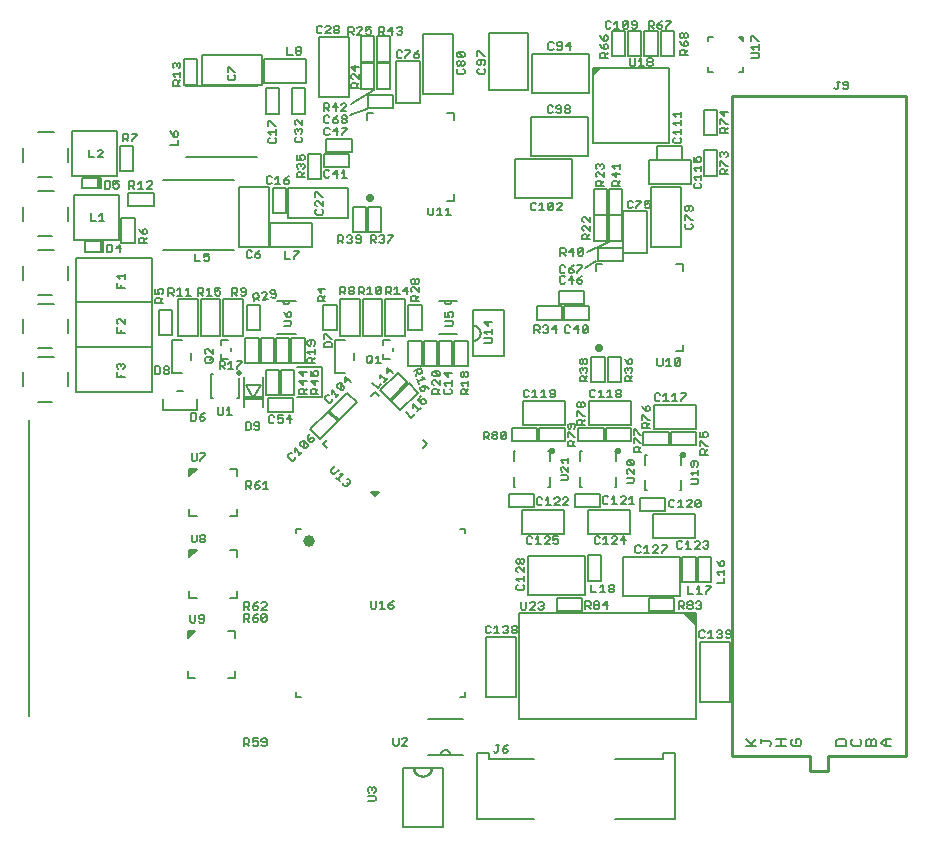
<source format=gto>
G75*
%MOIN*%
%OFA0B0*%
%FSLAX25Y25*%
%IPPOS*%
%LPD*%
%AMOC8*
5,1,8,0,0,1.08239X$1,22.5*
%
%ADD10C,0.00500*%
%ADD11C,0.00600*%
%ADD12R,0.06299X0.01250*%
%ADD13R,0.01220X0.03465*%
%ADD14C,0.03937*%
%ADD15C,0.01969*%
%ADD16C,0.02227*%
%ADD17C,0.01000*%
%ADD18C,0.00700*%
%ADD19C,0.02756*%
D10*
X0052772Y0083874D02*
X0052772Y0182299D01*
X0055921Y0188598D02*
X0060646Y0188598D01*
X0065764Y0193717D02*
X0065764Y0198441D01*
X0061039Y0203559D02*
X0055921Y0203559D01*
X0055921Y0206315D02*
X0060646Y0206315D01*
X0065764Y0211433D02*
X0065764Y0216157D01*
X0068543Y0221646D02*
X0068543Y0206732D01*
X0093693Y0206732D01*
X0093693Y0221646D01*
X0068543Y0221646D01*
X0068543Y0221693D02*
X0068543Y0236606D01*
X0093693Y0236606D01*
X0093693Y0221693D01*
X0068543Y0221693D01*
X0061039Y0221276D02*
X0055921Y0221276D01*
X0055921Y0224031D02*
X0060646Y0224031D01*
X0065764Y0229150D02*
X0065764Y0233874D01*
X0061039Y0238992D02*
X0055921Y0238992D01*
X0055921Y0243717D02*
X0060646Y0243717D01*
X0067713Y0242516D02*
X0082713Y0242516D01*
X0082713Y0257516D01*
X0067713Y0257516D01*
X0067713Y0242516D01*
X0071406Y0241980D02*
X0071406Y0238367D01*
X0076657Y0238367D01*
X0077641Y0238367D01*
X0077641Y0241980D01*
X0076657Y0241980D01*
X0071406Y0241980D01*
X0065764Y0248835D02*
X0065764Y0253559D01*
X0061039Y0258677D02*
X0055921Y0258677D01*
X0050803Y0253559D02*
X0050803Y0248835D01*
X0055921Y0263402D02*
X0060646Y0263402D01*
X0065764Y0268520D02*
X0065764Y0273244D01*
X0067319Y0278776D02*
X0082319Y0278776D01*
X0082319Y0263776D01*
X0067319Y0263776D01*
X0067319Y0278776D01*
X0061039Y0278362D02*
X0055921Y0278362D01*
X0050803Y0273244D02*
X0050803Y0268520D01*
X0070619Y0263239D02*
X0070619Y0259627D01*
X0075869Y0259627D01*
X0076854Y0259627D01*
X0076854Y0263239D01*
X0075869Y0263239D01*
X0070619Y0263239D01*
X0083249Y0265501D02*
X0083249Y0273901D01*
X0087649Y0273901D01*
X0087649Y0265501D01*
X0083249Y0265501D01*
X0085973Y0258121D02*
X0094373Y0258121D01*
X0094373Y0253721D01*
X0085973Y0253721D01*
X0085973Y0258121D01*
X0088043Y0249885D02*
X0083643Y0249885D01*
X0083643Y0241485D01*
X0088043Y0241485D01*
X0088043Y0249885D01*
X0097654Y0238992D02*
X0121276Y0238992D01*
X0122969Y0240016D02*
X0132969Y0240016D01*
X0132969Y0260016D01*
X0122969Y0260016D01*
X0122969Y0240016D01*
X0133173Y0240110D02*
X0133173Y0248110D01*
X0147173Y0248110D01*
X0147173Y0240110D01*
X0133173Y0240110D01*
X0134036Y0251328D02*
X0138436Y0251328D01*
X0138436Y0259728D01*
X0134036Y0259728D01*
X0134036Y0251328D01*
X0139228Y0249740D02*
X0139228Y0259740D01*
X0159228Y0259740D01*
X0159228Y0249740D01*
X0139228Y0249740D01*
X0145847Y0262745D02*
X0145847Y0271145D01*
X0150247Y0271145D01*
X0150247Y0262745D01*
X0145847Y0262745D01*
X0151217Y0266715D02*
X0151217Y0271115D01*
X0159617Y0271115D01*
X0159617Y0266715D01*
X0151217Y0266715D01*
X0152004Y0271833D02*
X0152004Y0276233D01*
X0160404Y0276233D01*
X0160404Y0271833D01*
X0152004Y0271833D01*
X0165370Y0282406D02*
X0165370Y0284661D01*
X0167626Y0284661D01*
X0165894Y0286398D02*
X0165894Y0290798D01*
X0174294Y0290798D01*
X0174294Y0286398D01*
X0165894Y0286398D01*
X0165370Y0286236D02*
X0159858Y0284268D01*
X0160055Y0287811D02*
X0167732Y0292339D01*
X0167921Y0292901D02*
X0163521Y0292901D01*
X0163521Y0301301D01*
X0167921Y0301301D01*
X0167921Y0292901D01*
X0168840Y0292901D02*
X0173240Y0292901D01*
X0173240Y0301301D01*
X0168840Y0301301D01*
X0168840Y0292901D01*
X0175150Y0288094D02*
X0175150Y0302094D01*
X0183150Y0302094D01*
X0183150Y0288094D01*
X0175150Y0288094D01*
X0184189Y0291197D02*
X0184189Y0311197D01*
X0194189Y0311197D01*
X0194189Y0291197D01*
X0184189Y0291197D01*
X0192248Y0284661D02*
X0194504Y0284661D01*
X0194504Y0282406D01*
X0206114Y0292484D02*
X0219114Y0292484D01*
X0219114Y0311484D01*
X0206114Y0311484D01*
X0206114Y0292484D01*
X0220437Y0291547D02*
X0220437Y0304547D01*
X0239437Y0304547D01*
X0239437Y0291547D01*
X0220437Y0291547D01*
X0220245Y0283379D02*
X0220245Y0270379D01*
X0239245Y0270379D01*
X0239245Y0283379D01*
X0220245Y0283379D01*
X0214925Y0269508D02*
X0214925Y0256508D01*
X0233925Y0256508D01*
X0233925Y0269508D01*
X0214925Y0269508D01*
X0194504Y0257783D02*
X0194504Y0255528D01*
X0192248Y0255528D01*
X0170326Y0253428D02*
X0170326Y0245028D01*
X0165926Y0245028D01*
X0165926Y0253428D01*
X0170326Y0253428D01*
X0165208Y0253428D02*
X0165208Y0245028D01*
X0160808Y0245028D01*
X0160808Y0253428D01*
X0165208Y0253428D01*
X0128756Y0270094D02*
X0105134Y0270094D01*
X0097654Y0262614D02*
X0121276Y0262614D01*
X0131780Y0284600D02*
X0131780Y0293000D01*
X0136180Y0293000D01*
X0136180Y0284600D01*
X0131780Y0284600D01*
X0140527Y0284602D02*
X0140527Y0293002D01*
X0144927Y0293002D01*
X0144927Y0284602D01*
X0140527Y0284602D01*
X0149637Y0290220D02*
X0159637Y0290220D01*
X0159637Y0310220D01*
X0149637Y0310220D01*
X0149637Y0290220D01*
X0145310Y0294938D02*
X0145310Y0302938D01*
X0131310Y0302938D01*
X0131310Y0294938D01*
X0145310Y0294938D01*
X0130488Y0294228D02*
X0130488Y0304228D01*
X0110488Y0304228D01*
X0110488Y0294228D01*
X0130488Y0294228D01*
X0128756Y0293717D02*
X0105134Y0293717D01*
X0104509Y0294241D02*
X0104509Y0302641D01*
X0108909Y0302641D01*
X0108909Y0294241D01*
X0104509Y0294241D01*
X0163521Y0301901D02*
X0167921Y0301901D01*
X0167921Y0310301D01*
X0163521Y0310301D01*
X0163521Y0301901D01*
X0168840Y0301901D02*
X0173240Y0301901D01*
X0173240Y0310301D01*
X0168840Y0310301D01*
X0168840Y0301901D01*
X0240966Y0299910D02*
X0240966Y0298729D01*
X0241753Y0299517D01*
X0241359Y0299517D01*
X0240966Y0299910D02*
X0242934Y0299910D01*
X0240966Y0297942D01*
X0240966Y0298335D01*
X0240966Y0298729D01*
X0240966Y0298335D02*
X0242147Y0299517D01*
X0242934Y0299910D02*
X0243328Y0299910D01*
X0240966Y0297548D01*
X0240966Y0297942D01*
X0240966Y0297548D02*
X0240966Y0274713D01*
X0266163Y0274713D01*
X0266163Y0299910D01*
X0243328Y0299910D01*
X0247132Y0303781D02*
X0251532Y0303781D01*
X0251532Y0312181D01*
X0247132Y0312181D01*
X0247132Y0303781D01*
X0252545Y0303781D02*
X0252545Y0312181D01*
X0256945Y0312181D01*
X0256945Y0303781D01*
X0252545Y0303781D01*
X0257959Y0303781D02*
X0262359Y0303781D01*
X0262359Y0312181D01*
X0257959Y0312181D01*
X0257959Y0303781D01*
X0263372Y0303781D02*
X0267772Y0303781D01*
X0267772Y0312181D01*
X0263372Y0312181D01*
X0263372Y0303781D01*
X0279150Y0300016D02*
X0279150Y0298441D01*
X0280724Y0298441D01*
X0289386Y0298441D02*
X0290961Y0298441D01*
X0290961Y0300016D01*
X0290961Y0308677D02*
X0289386Y0310252D01*
X0290173Y0310252D01*
X0290567Y0309858D01*
X0290567Y0309465D01*
X0290173Y0309858D01*
X0290173Y0310252D02*
X0290961Y0310252D01*
X0290961Y0308677D01*
X0280724Y0310252D02*
X0279150Y0310252D01*
X0279150Y0308677D01*
X0277737Y0285712D02*
X0282137Y0285712D01*
X0282137Y0277312D01*
X0277737Y0277312D01*
X0277737Y0285712D01*
X0270559Y0273665D02*
X0262159Y0273665D01*
X0262159Y0269265D01*
X0270559Y0269265D01*
X0270559Y0273665D01*
X0277737Y0272326D02*
X0282137Y0272326D01*
X0282137Y0263926D01*
X0277737Y0263926D01*
X0277737Y0272326D01*
X0273359Y0268969D02*
X0273359Y0260969D01*
X0259359Y0260969D01*
X0259359Y0268969D01*
X0273359Y0268969D01*
X0270173Y0260016D02*
X0260173Y0260016D01*
X0260173Y0240016D01*
X0270173Y0240016D01*
X0270173Y0260016D01*
X0258937Y0252094D02*
X0250937Y0252094D01*
X0250937Y0238094D01*
X0258937Y0238094D01*
X0258937Y0252094D01*
X0250641Y0250934D02*
X0246241Y0250934D01*
X0246241Y0259334D01*
X0250641Y0259334D01*
X0250641Y0250934D01*
X0250641Y0250672D02*
X0250641Y0242272D01*
X0246241Y0242272D01*
X0246241Y0250672D01*
X0250641Y0250672D01*
X0245523Y0250672D02*
X0245523Y0242272D01*
X0241123Y0242272D01*
X0241123Y0250672D01*
X0245523Y0250672D01*
X0245523Y0250934D02*
X0241123Y0250934D01*
X0241123Y0259334D01*
X0245523Y0259334D01*
X0245523Y0250934D01*
X0246079Y0241945D02*
X0238795Y0238598D01*
X0242469Y0239775D02*
X0242469Y0235375D01*
X0250869Y0235375D01*
X0250869Y0239775D01*
X0242469Y0239775D01*
X0241748Y0235449D02*
X0238205Y0233087D01*
X0241748Y0232209D02*
X0241748Y0234465D01*
X0244004Y0234465D01*
X0237877Y0225444D02*
X0237877Y0221044D01*
X0229477Y0221044D01*
X0229477Y0225444D01*
X0237877Y0225444D01*
X0239649Y0220326D02*
X0231249Y0220326D01*
X0231249Y0215926D01*
X0239649Y0215926D01*
X0239649Y0220326D01*
X0230594Y0220326D02*
X0230594Y0215926D01*
X0222194Y0215926D01*
X0222194Y0220326D01*
X0230594Y0220326D01*
X0240335Y0203428D02*
X0244735Y0203428D01*
X0244735Y0195028D01*
X0240335Y0195028D01*
X0240335Y0203428D01*
X0245847Y0203428D02*
X0245847Y0195028D01*
X0250247Y0195028D01*
X0250247Y0203428D01*
X0245847Y0203428D01*
X0239472Y0188661D02*
X0239472Y0180661D01*
X0253472Y0180661D01*
X0253472Y0188661D01*
X0239472Y0188661D01*
X0231425Y0188661D02*
X0231425Y0180661D01*
X0217425Y0180661D01*
X0217425Y0188661D01*
X0231425Y0188661D01*
X0231381Y0179775D02*
X0222981Y0179775D01*
X0222981Y0175375D01*
X0231381Y0175375D01*
X0231381Y0179775D01*
X0235973Y0179775D02*
X0235973Y0175375D01*
X0244373Y0175375D01*
X0244373Y0179775D01*
X0235973Y0179775D01*
X0245028Y0179775D02*
X0245028Y0175375D01*
X0253428Y0175375D01*
X0253428Y0179775D01*
X0245028Y0179775D01*
X0257627Y0178594D02*
X0257627Y0174194D01*
X0266027Y0174194D01*
X0266027Y0178594D01*
X0257627Y0178594D01*
X0261126Y0179480D02*
X0261126Y0187480D01*
X0275126Y0187480D01*
X0275126Y0179480D01*
X0261126Y0179480D01*
X0266682Y0178594D02*
X0266682Y0174194D01*
X0275082Y0174194D01*
X0275082Y0178594D01*
X0266682Y0178594D01*
X0264846Y0156546D02*
X0256446Y0156546D01*
X0256446Y0152146D01*
X0264846Y0152146D01*
X0264846Y0156546D01*
X0260732Y0151260D02*
X0274732Y0151260D01*
X0274732Y0143260D01*
X0260732Y0143260D01*
X0260732Y0151260D01*
X0253079Y0152441D02*
X0253079Y0144441D01*
X0239079Y0144441D01*
X0239079Y0152441D01*
X0253079Y0152441D01*
X0243192Y0153328D02*
X0243192Y0157728D01*
X0234792Y0157728D01*
X0234792Y0153328D01*
X0243192Y0153328D01*
X0231031Y0152441D02*
X0231031Y0144441D01*
X0217031Y0144441D01*
X0217031Y0152441D01*
X0231031Y0152441D01*
X0221145Y0153328D02*
X0221145Y0157728D01*
X0212745Y0157728D01*
X0212745Y0153328D01*
X0221145Y0153328D01*
X0219256Y0137224D02*
X0238256Y0137224D01*
X0238256Y0124224D01*
X0219256Y0124224D01*
X0219256Y0137224D01*
X0228887Y0123082D02*
X0237287Y0123082D01*
X0237287Y0118682D01*
X0228887Y0118682D01*
X0228887Y0123082D01*
X0239154Y0128887D02*
X0239154Y0137287D01*
X0243554Y0137287D01*
X0243554Y0128887D01*
X0239154Y0128887D01*
X0250752Y0123831D02*
X0250752Y0136831D01*
X0269752Y0136831D01*
X0269752Y0123831D01*
X0250752Y0123831D01*
X0259595Y0123082D02*
X0259595Y0118682D01*
X0267995Y0118682D01*
X0267995Y0123082D01*
X0259595Y0123082D01*
X0270650Y0128493D02*
X0270650Y0136893D01*
X0275050Y0136893D01*
X0275050Y0128493D01*
X0270650Y0128493D01*
X0275769Y0128493D02*
X0275769Y0136893D01*
X0280169Y0136893D01*
X0280169Y0128493D01*
X0275769Y0128493D01*
X0275213Y0118126D02*
X0271276Y0118126D01*
X0275213Y0114189D01*
X0275213Y0118126D01*
X0275213Y0082693D01*
X0216157Y0082693D01*
X0216157Y0118126D01*
X0275213Y0118126D01*
X0275213Y0117632D02*
X0271770Y0117632D01*
X0272268Y0117133D02*
X0275213Y0117133D01*
X0275213Y0116635D02*
X0272767Y0116635D01*
X0273265Y0116136D02*
X0275213Y0116136D01*
X0275213Y0115638D02*
X0273764Y0115638D01*
X0274262Y0115139D02*
X0275213Y0115139D01*
X0275213Y0114641D02*
X0274761Y0114641D01*
X0276512Y0108441D02*
X0286512Y0108441D01*
X0286512Y0088441D01*
X0276512Y0088441D01*
X0276512Y0108441D01*
X0268055Y0071465D02*
X0264055Y0071465D01*
X0264055Y0069465D01*
X0248055Y0069465D01*
X0268055Y0071465D02*
X0268055Y0049465D01*
X0248055Y0049465D01*
X0221055Y0049465D02*
X0202055Y0049465D01*
X0202055Y0071465D01*
X0206055Y0071465D01*
X0206055Y0069465D01*
X0221055Y0069465D01*
X0197654Y0070882D02*
X0193323Y0070882D01*
X0190173Y0070882D01*
X0185843Y0070882D01*
X0190173Y0070882D02*
X0190175Y0070961D01*
X0190181Y0071039D01*
X0190191Y0071117D01*
X0190204Y0071194D01*
X0190222Y0071271D01*
X0190243Y0071346D01*
X0190268Y0071421D01*
X0190297Y0071494D01*
X0190329Y0071565D01*
X0190365Y0071635D01*
X0190404Y0071703D01*
X0190447Y0071769D01*
X0190493Y0071833D01*
X0190541Y0071894D01*
X0190593Y0071953D01*
X0190648Y0072009D01*
X0190706Y0072063D01*
X0190766Y0072113D01*
X0190829Y0072161D01*
X0190893Y0072205D01*
X0190961Y0072246D01*
X0191029Y0072284D01*
X0191100Y0072318D01*
X0191173Y0072348D01*
X0191246Y0072375D01*
X0191321Y0072398D01*
X0191398Y0072418D01*
X0191475Y0072433D01*
X0191552Y0072445D01*
X0191630Y0072453D01*
X0191709Y0072457D01*
X0191787Y0072457D01*
X0191866Y0072453D01*
X0191944Y0072445D01*
X0192021Y0072433D01*
X0192098Y0072418D01*
X0192175Y0072398D01*
X0192250Y0072375D01*
X0192323Y0072348D01*
X0192396Y0072318D01*
X0192467Y0072284D01*
X0192536Y0072246D01*
X0192603Y0072205D01*
X0192667Y0072161D01*
X0192730Y0072113D01*
X0192790Y0072063D01*
X0192848Y0072009D01*
X0192903Y0071953D01*
X0192955Y0071894D01*
X0193003Y0071833D01*
X0193049Y0071769D01*
X0193092Y0071703D01*
X0193131Y0071635D01*
X0193167Y0071565D01*
X0193199Y0071494D01*
X0193228Y0071421D01*
X0193253Y0071346D01*
X0193274Y0071271D01*
X0193292Y0071194D01*
X0193305Y0071117D01*
X0193315Y0071039D01*
X0193321Y0070961D01*
X0193323Y0070882D01*
X0197654Y0082693D02*
X0185843Y0082693D01*
X0205252Y0090016D02*
X0215252Y0090016D01*
X0215252Y0110016D01*
X0205252Y0110016D01*
X0205252Y0090016D01*
X0121669Y0096472D02*
X0121669Y0098835D01*
X0121669Y0096472D02*
X0119307Y0096472D01*
X0108283Y0096472D02*
X0105921Y0096472D01*
X0105921Y0098835D01*
X0105921Y0109858D02*
X0105921Y0111433D01*
X0106315Y0111827D01*
X0107496Y0111827D01*
X0106315Y0110646D01*
X0106315Y0111039D01*
X0106709Y0111433D01*
X0106315Y0111433D01*
X0105921Y0111433D02*
X0105921Y0112220D01*
X0108283Y0112220D01*
X0105921Y0109858D01*
X0119307Y0112220D02*
X0121669Y0112220D01*
X0121669Y0109858D01*
X0122063Y0123244D02*
X0122063Y0125606D01*
X0122063Y0123244D02*
X0119701Y0123244D01*
X0108677Y0123244D02*
X0106315Y0123244D01*
X0106315Y0125606D01*
X0106315Y0136630D02*
X0106315Y0138205D01*
X0106709Y0138598D01*
X0107890Y0138598D01*
X0106709Y0137417D01*
X0106709Y0137811D01*
X0107102Y0138205D01*
X0106709Y0138205D01*
X0106315Y0138205D02*
X0106315Y0138992D01*
X0108677Y0138992D01*
X0106315Y0136630D01*
X0119701Y0138992D02*
X0122063Y0138992D01*
X0122063Y0136630D01*
X0122063Y0150409D02*
X0122063Y0152772D01*
X0122063Y0150409D02*
X0119701Y0150409D01*
X0108677Y0150409D02*
X0106315Y0150409D01*
X0106315Y0152772D01*
X0106315Y0163795D02*
X0106315Y0165370D01*
X0106709Y0165764D01*
X0107890Y0165764D01*
X0106709Y0164583D01*
X0106709Y0164976D01*
X0107102Y0165370D01*
X0106709Y0165370D01*
X0106315Y0165370D02*
X0106315Y0166157D01*
X0108677Y0166157D01*
X0106315Y0163795D01*
X0119701Y0166157D02*
X0122063Y0166157D01*
X0122063Y0163795D01*
X0132430Y0185217D02*
X0132430Y0189617D01*
X0140830Y0189617D01*
X0140830Y0185217D01*
X0132430Y0185217D01*
X0131674Y0190698D02*
X0136074Y0190698D01*
X0136074Y0199098D01*
X0131674Y0199098D01*
X0131674Y0190698D01*
X0136792Y0190698D02*
X0141192Y0190698D01*
X0141192Y0199098D01*
X0136792Y0199098D01*
X0136792Y0190698D01*
X0142142Y0190173D02*
X0150409Y0190173D01*
X0150409Y0200016D01*
X0142142Y0200016D01*
X0140335Y0201328D02*
X0144735Y0201328D01*
X0144735Y0209728D01*
X0140335Y0209728D01*
X0140335Y0201328D01*
X0139617Y0201328D02*
X0135217Y0201328D01*
X0135217Y0209728D01*
X0139617Y0209728D01*
X0139617Y0201328D01*
X0134499Y0201328D02*
X0130099Y0201328D01*
X0130099Y0209728D01*
X0134499Y0209728D01*
X0134499Y0201328D01*
X0129381Y0201328D02*
X0124981Y0201328D01*
X0124981Y0209728D01*
X0129381Y0209728D01*
X0129381Y0201328D01*
X0122850Y0196472D02*
X0122850Y0189780D01*
X0122063Y0189780D01*
X0114189Y0189780D02*
X0113402Y0189780D01*
X0113402Y0197654D01*
X0114189Y0197654D01*
X0116945Y0202772D02*
X0116945Y0204346D01*
X0116945Y0202772D02*
X0119307Y0202772D01*
X0120094Y0205528D02*
X0120094Y0206315D01*
X0119307Y0209071D02*
X0116945Y0209071D01*
X0116945Y0207496D01*
X0116652Y0210301D02*
X0110152Y0210301D01*
X0110152Y0222801D01*
X0116652Y0222801D01*
X0116652Y0210301D01*
X0117632Y0210301D02*
X0124132Y0210301D01*
X0124132Y0222801D01*
X0117632Y0222801D01*
X0117632Y0210301D01*
X0109171Y0210301D02*
X0102671Y0210301D01*
X0102671Y0222801D01*
X0109171Y0222801D01*
X0109171Y0210301D01*
X0106865Y0204659D02*
X0106865Y0202459D01*
X0100641Y0210776D02*
X0096241Y0210776D01*
X0096241Y0219176D01*
X0100641Y0219176D01*
X0100641Y0210776D01*
X0093693Y0206685D02*
X0093693Y0191772D01*
X0068543Y0191772D01*
X0068543Y0206685D01*
X0093693Y0206685D01*
X0102065Y0192200D02*
X0104265Y0192200D01*
X0125375Y0212351D02*
X0125375Y0220751D01*
X0129775Y0220751D01*
X0129775Y0212351D01*
X0125375Y0212351D01*
X0150965Y0212351D02*
X0150965Y0220751D01*
X0155365Y0220751D01*
X0155365Y0212351D01*
X0150965Y0212351D01*
X0156608Y0210301D02*
X0163108Y0210301D01*
X0163108Y0222801D01*
X0156608Y0222801D01*
X0156608Y0210301D01*
X0161196Y0204659D02*
X0161196Y0202459D01*
X0164089Y0210301D02*
X0170589Y0210301D01*
X0170589Y0222801D01*
X0164089Y0222801D01*
X0164089Y0210301D01*
X0170882Y0209071D02*
X0173244Y0209071D01*
X0171569Y0210301D02*
X0178069Y0210301D01*
X0178069Y0222801D01*
X0171569Y0222801D01*
X0171569Y0210301D01*
X0170882Y0209071D02*
X0170882Y0207496D01*
X0170882Y0204346D02*
X0170882Y0202772D01*
X0173244Y0202772D01*
X0174031Y0205528D02*
X0174031Y0206315D01*
X0179312Y0208940D02*
X0179312Y0200540D01*
X0183712Y0200540D01*
X0183712Y0208940D01*
X0179312Y0208940D01*
X0179312Y0212351D02*
X0179312Y0220751D01*
X0183712Y0220751D01*
X0183712Y0212351D01*
X0179312Y0212351D01*
X0184430Y0208940D02*
X0188830Y0208940D01*
X0188830Y0200540D01*
X0184430Y0200540D01*
X0184430Y0208940D01*
X0189548Y0208940D02*
X0193948Y0208940D01*
X0193948Y0200540D01*
X0189548Y0200540D01*
X0189548Y0208940D01*
X0194666Y0208940D02*
X0199066Y0208940D01*
X0199066Y0200540D01*
X0194666Y0200540D01*
X0194666Y0208940D01*
X0200803Y0208874D02*
X0200903Y0208876D01*
X0201004Y0208882D01*
X0201104Y0208892D01*
X0201203Y0208906D01*
X0201302Y0208923D01*
X0201400Y0208945D01*
X0201498Y0208970D01*
X0201594Y0208999D01*
X0201689Y0209032D01*
X0201782Y0209069D01*
X0201874Y0209109D01*
X0201965Y0209153D01*
X0202053Y0209200D01*
X0202140Y0209251D01*
X0202225Y0209305D01*
X0202307Y0209363D01*
X0202387Y0209423D01*
X0202465Y0209487D01*
X0202540Y0209554D01*
X0202612Y0209624D01*
X0202682Y0209696D01*
X0202749Y0209771D01*
X0202813Y0209849D01*
X0202873Y0209929D01*
X0202931Y0210011D01*
X0202985Y0210096D01*
X0203036Y0210183D01*
X0203083Y0210271D01*
X0203127Y0210362D01*
X0203167Y0210454D01*
X0203204Y0210547D01*
X0203237Y0210642D01*
X0203266Y0210738D01*
X0203291Y0210836D01*
X0203313Y0210934D01*
X0203330Y0211033D01*
X0203344Y0211132D01*
X0203354Y0211232D01*
X0203360Y0211333D01*
X0203362Y0211433D01*
X0203360Y0211533D01*
X0203354Y0211634D01*
X0203344Y0211734D01*
X0203330Y0211833D01*
X0203313Y0211932D01*
X0203291Y0212030D01*
X0203266Y0212128D01*
X0203237Y0212224D01*
X0203204Y0212319D01*
X0203167Y0212412D01*
X0203127Y0212504D01*
X0203083Y0212595D01*
X0203036Y0212683D01*
X0202985Y0212770D01*
X0202931Y0212855D01*
X0202873Y0212937D01*
X0202813Y0213017D01*
X0202749Y0213095D01*
X0202682Y0213170D01*
X0202612Y0213242D01*
X0202540Y0213312D01*
X0202465Y0213379D01*
X0202387Y0213443D01*
X0202307Y0213503D01*
X0202225Y0213561D01*
X0202140Y0213615D01*
X0202053Y0213666D01*
X0201965Y0213713D01*
X0201874Y0213757D01*
X0201782Y0213797D01*
X0201689Y0213834D01*
X0201594Y0213867D01*
X0201498Y0213896D01*
X0201400Y0213921D01*
X0201302Y0213943D01*
X0201203Y0213960D01*
X0201104Y0213974D01*
X0201004Y0213984D01*
X0200903Y0213990D01*
X0200803Y0213992D01*
X0178951Y0195131D02*
X0175839Y0198242D01*
X0169900Y0192302D01*
X0173011Y0189191D01*
X0178951Y0195131D01*
X0179383Y0194699D02*
X0182494Y0191587D01*
X0176554Y0185648D01*
X0173443Y0188759D01*
X0179383Y0194699D01*
X0162022Y0188438D02*
X0158910Y0191549D01*
X0152971Y0185609D01*
X0156082Y0182498D01*
X0162022Y0188438D01*
X0155722Y0182139D02*
X0149783Y0176199D01*
X0146671Y0179310D01*
X0152611Y0185250D01*
X0155722Y0182139D01*
X0213926Y0179775D02*
X0213926Y0175375D01*
X0222326Y0175375D01*
X0222326Y0179775D01*
X0213926Y0179775D01*
X0268626Y0205331D02*
X0270882Y0205331D01*
X0270882Y0207587D01*
X0270882Y0232209D02*
X0270882Y0234465D01*
X0268626Y0234465D01*
X0050803Y0233874D02*
X0050803Y0229150D01*
X0050803Y0216157D02*
X0050803Y0211433D01*
X0050803Y0198441D02*
X0050803Y0193717D01*
D11*
X0082203Y0196628D02*
X0082203Y0198329D01*
X0082629Y0199528D02*
X0082203Y0199954D01*
X0082203Y0200804D01*
X0082629Y0201230D01*
X0083054Y0201230D01*
X0083479Y0200804D01*
X0083905Y0201230D01*
X0084330Y0201230D01*
X0084755Y0200804D01*
X0084755Y0199954D01*
X0084330Y0199528D01*
X0083479Y0200379D02*
X0083479Y0200804D01*
X0083479Y0197479D02*
X0083479Y0196628D01*
X0084755Y0196628D02*
X0082203Y0196628D01*
X0094904Y0197764D02*
X0096180Y0197764D01*
X0096605Y0198189D01*
X0096605Y0199890D01*
X0096180Y0200316D01*
X0094904Y0200316D01*
X0094904Y0197764D01*
X0097804Y0198189D02*
X0097804Y0198614D01*
X0098229Y0199040D01*
X0099080Y0199040D01*
X0099505Y0198614D01*
X0099505Y0198189D01*
X0099080Y0197764D01*
X0098229Y0197764D01*
X0097804Y0198189D01*
X0098229Y0199040D02*
X0097804Y0199465D01*
X0097804Y0199890D01*
X0098229Y0200316D01*
X0099080Y0200316D01*
X0099505Y0199890D01*
X0099505Y0199465D01*
X0099080Y0199040D01*
X0100565Y0197959D02*
X0100565Y0209159D01*
X0103965Y0209159D01*
X0111541Y0205776D02*
X0111541Y0204926D01*
X0111966Y0204501D01*
X0111966Y0203302D02*
X0113668Y0203302D01*
X0114093Y0202876D01*
X0114093Y0202026D01*
X0113668Y0201600D01*
X0111966Y0201600D01*
X0111541Y0202026D01*
X0111541Y0202876D01*
X0111966Y0203302D01*
X0113242Y0202451D02*
X0114093Y0203302D01*
X0114093Y0204501D02*
X0112392Y0206202D01*
X0111966Y0206202D01*
X0111541Y0205776D01*
X0114093Y0206202D02*
X0114093Y0204501D01*
X0116350Y0202095D02*
X0117626Y0202095D01*
X0118052Y0201670D01*
X0118052Y0200819D01*
X0117626Y0200394D01*
X0116350Y0200394D01*
X0116350Y0199543D02*
X0116350Y0202095D01*
X0117201Y0200394D02*
X0118052Y0199543D01*
X0119250Y0199543D02*
X0120952Y0199543D01*
X0120101Y0199543D02*
X0120101Y0202095D01*
X0119250Y0201244D01*
X0122151Y0202095D02*
X0123852Y0202095D01*
X0123852Y0201670D01*
X0122151Y0199969D01*
X0122151Y0199543D01*
X0124425Y0196866D02*
X0124425Y0186630D01*
X0127575Y0189942D02*
X0125075Y0194086D01*
X0130075Y0194086D01*
X0127575Y0189942D01*
X0130724Y0186630D02*
X0130724Y0196866D01*
X0142833Y0198298D02*
X0144109Y0197022D01*
X0144109Y0198723D01*
X0145385Y0198298D02*
X0142833Y0198298D01*
X0144109Y0195823D02*
X0144109Y0194122D01*
X0142833Y0195398D01*
X0145385Y0195398D01*
X0146770Y0195398D02*
X0148046Y0194122D01*
X0148046Y0195823D01*
X0148046Y0197022D02*
X0147621Y0197873D01*
X0147621Y0198298D01*
X0148046Y0198723D01*
X0148897Y0198723D01*
X0149322Y0198298D01*
X0149322Y0197447D01*
X0148897Y0197022D01*
X0148046Y0197022D02*
X0146770Y0197022D01*
X0146770Y0198723D01*
X0147303Y0201456D02*
X0147303Y0202732D01*
X0146877Y0203157D01*
X0146027Y0203157D01*
X0145601Y0202732D01*
X0145601Y0201456D01*
X0148153Y0201456D01*
X0147303Y0202307D02*
X0148153Y0203157D01*
X0148153Y0204356D02*
X0148153Y0206057D01*
X0148153Y0205207D02*
X0145601Y0205207D01*
X0146452Y0204356D01*
X0146452Y0207256D02*
X0146027Y0207256D01*
X0145601Y0207681D01*
X0145601Y0208532D01*
X0146027Y0208957D01*
X0147728Y0208957D01*
X0148153Y0208532D01*
X0148153Y0207681D01*
X0147728Y0207256D01*
X0146877Y0207681D02*
X0146877Y0208957D01*
X0146877Y0207681D02*
X0146452Y0207256D01*
X0151305Y0206620D02*
X0151305Y0207896D01*
X0151730Y0208321D01*
X0153431Y0208321D01*
X0153857Y0207896D01*
X0153857Y0206620D01*
X0151305Y0206620D01*
X0151305Y0209520D02*
X0151305Y0211221D01*
X0151730Y0211221D01*
X0153431Y0209520D01*
X0153857Y0209520D01*
X0154896Y0209159D02*
X0154896Y0197959D01*
X0158296Y0197959D01*
X0158230Y0196821D02*
X0158230Y0195016D01*
X0159433Y0196219D01*
X0160034Y0195016D02*
X0158230Y0196821D01*
X0156781Y0194770D02*
X0156781Y0192364D01*
X0157382Y0192364D01*
X0157984Y0192966D01*
X0157984Y0193567D01*
X0156781Y0194770D01*
X0156179Y0194770D01*
X0155578Y0194168D01*
X0155578Y0193567D01*
X0156781Y0192364D01*
X0156234Y0191216D02*
X0155031Y0190013D01*
X0155632Y0190614D02*
X0153828Y0192419D01*
X0153828Y0191216D01*
X0152679Y0190669D02*
X0152078Y0190669D01*
X0151476Y0190067D01*
X0151476Y0189466D01*
X0152679Y0188263D01*
X0153281Y0188263D01*
X0153882Y0188864D01*
X0153882Y0189466D01*
X0149322Y0191222D02*
X0146770Y0191222D01*
X0146770Y0192498D01*
X0147196Y0192923D01*
X0148046Y0192923D01*
X0148471Y0192498D01*
X0148471Y0191222D01*
X0148471Y0192072D02*
X0149322Y0192923D01*
X0149322Y0195398D02*
X0146770Y0195398D01*
X0145385Y0192923D02*
X0144534Y0192072D01*
X0144534Y0192498D02*
X0144534Y0191222D01*
X0145385Y0191222D02*
X0142833Y0191222D01*
X0142833Y0192498D01*
X0143259Y0192923D01*
X0144109Y0192923D01*
X0144534Y0192498D01*
X0139971Y0183970D02*
X0138695Y0182694D01*
X0140396Y0182694D01*
X0139971Y0181418D02*
X0139971Y0183970D01*
X0137496Y0183970D02*
X0135795Y0183970D01*
X0135795Y0182694D01*
X0136645Y0183119D01*
X0137070Y0183119D01*
X0137496Y0182694D01*
X0137496Y0181843D01*
X0137070Y0181418D01*
X0136220Y0181418D01*
X0135795Y0181843D01*
X0134596Y0181843D02*
X0134170Y0181418D01*
X0133320Y0181418D01*
X0132894Y0181843D01*
X0132894Y0183545D01*
X0133320Y0183970D01*
X0134170Y0183970D01*
X0134596Y0183545D01*
X0129664Y0181301D02*
X0129239Y0181726D01*
X0128388Y0181726D01*
X0127963Y0181301D01*
X0127963Y0180875D01*
X0128388Y0180450D01*
X0129664Y0180450D01*
X0129664Y0179599D02*
X0129664Y0181301D01*
X0129664Y0179599D02*
X0129239Y0179174D01*
X0128388Y0179174D01*
X0127963Y0179599D01*
X0126764Y0179599D02*
X0126339Y0179174D01*
X0125063Y0179174D01*
X0125063Y0181726D01*
X0126339Y0181726D01*
X0126764Y0181301D01*
X0126764Y0179599D01*
X0120377Y0184174D02*
X0118675Y0184174D01*
X0119526Y0184174D02*
X0119526Y0186726D01*
X0118675Y0185875D01*
X0117477Y0186726D02*
X0117477Y0184599D01*
X0117051Y0184174D01*
X0116201Y0184174D01*
X0115775Y0184599D01*
X0115775Y0186726D01*
X0111418Y0184750D02*
X0110568Y0184325D01*
X0109717Y0183474D01*
X0110993Y0183474D01*
X0111418Y0183049D01*
X0111418Y0182624D01*
X0110993Y0182198D01*
X0110142Y0182198D01*
X0109717Y0182624D01*
X0109717Y0183474D01*
X0108518Y0182624D02*
X0108518Y0184325D01*
X0108093Y0184750D01*
X0106817Y0184750D01*
X0106817Y0182198D01*
X0108093Y0182198D01*
X0108518Y0182624D01*
X0108765Y0185900D02*
X0097565Y0185900D01*
X0097565Y0189300D01*
X0100565Y0197959D02*
X0103965Y0197959D01*
X0108765Y0189300D02*
X0108765Y0185900D01*
X0108710Y0171371D02*
X0108710Y0169245D01*
X0108285Y0168820D01*
X0107434Y0168820D01*
X0107009Y0169245D01*
X0107009Y0171371D01*
X0109909Y0171371D02*
X0111610Y0171371D01*
X0111610Y0170946D01*
X0109909Y0169245D01*
X0109909Y0168820D01*
X0125119Y0162120D02*
X0125119Y0159568D01*
X0125119Y0160418D02*
X0126395Y0160418D01*
X0126820Y0160844D01*
X0126820Y0161694D01*
X0126395Y0162120D01*
X0125119Y0162120D01*
X0125969Y0160418D02*
X0126820Y0159568D01*
X0128019Y0159993D02*
X0128444Y0159568D01*
X0129295Y0159568D01*
X0129720Y0159993D01*
X0129720Y0160418D01*
X0129295Y0160844D01*
X0128019Y0160844D01*
X0128019Y0159993D01*
X0128019Y0160844D02*
X0128870Y0161694D01*
X0129720Y0162120D01*
X0130919Y0161269D02*
X0131770Y0162120D01*
X0131770Y0159568D01*
X0132620Y0159568D02*
X0130919Y0159568D01*
X0140381Y0168931D02*
X0140983Y0168931D01*
X0141584Y0169532D01*
X0141584Y0170134D01*
X0142733Y0170681D02*
X0143936Y0171883D01*
X0143334Y0171282D02*
X0141530Y0173086D01*
X0141530Y0171883D01*
X0140381Y0171336D02*
X0139780Y0171336D01*
X0139178Y0170735D01*
X0139178Y0170134D01*
X0140381Y0168931D01*
X0144483Y0173032D02*
X0144483Y0175438D01*
X0145685Y0174235D01*
X0145685Y0173633D01*
X0145084Y0173032D01*
X0144483Y0173032D01*
X0143280Y0174235D01*
X0143280Y0174836D01*
X0143881Y0175438D01*
X0144483Y0175438D01*
X0145932Y0175684D02*
X0146834Y0176586D01*
X0147435Y0176586D01*
X0147736Y0176286D01*
X0147736Y0175684D01*
X0147135Y0175083D01*
X0146533Y0175083D01*
X0145932Y0175684D01*
X0145932Y0176887D01*
X0146233Y0177789D01*
X0150731Y0174425D02*
X0152070Y0175764D01*
X0150731Y0174425D02*
X0152070Y0173086D01*
X0154956Y0167130D02*
X0153453Y0165626D01*
X0153453Y0165024D01*
X0154054Y0164423D01*
X0154656Y0164423D01*
X0156159Y0165927D01*
X0156406Y0164477D02*
X0157609Y0164477D01*
X0155804Y0162673D01*
X0155203Y0163275D02*
X0156406Y0162072D01*
X0157554Y0161525D02*
X0157554Y0160923D01*
X0158156Y0160322D01*
X0158757Y0160322D01*
X0159058Y0160622D01*
X0159058Y0161224D01*
X0158757Y0161525D01*
X0159058Y0161224D02*
X0159659Y0161224D01*
X0159960Y0161525D01*
X0159960Y0162126D01*
X0159358Y0162728D01*
X0158757Y0162728D01*
X0166734Y0158557D02*
X0167012Y0158279D01*
X0168683Y0158279D01*
X0168126Y0157722D01*
X0167848Y0158000D01*
X0168126Y0157165D02*
X0169518Y0158557D01*
X0166734Y0158557D01*
X0167012Y0158279D02*
X0168126Y0157165D01*
X0184182Y0173086D02*
X0185521Y0174425D01*
X0184182Y0175764D01*
X0180146Y0183238D02*
X0178341Y0185042D01*
X0180146Y0183238D02*
X0181348Y0184441D01*
X0182196Y0185288D02*
X0183399Y0186491D01*
X0182798Y0185890D02*
X0180993Y0187694D01*
X0180993Y0186491D01*
X0183345Y0188241D02*
X0183645Y0189143D01*
X0183946Y0189444D01*
X0184548Y0189444D01*
X0185149Y0188843D01*
X0185149Y0188241D01*
X0184548Y0187640D01*
X0183946Y0187640D01*
X0183345Y0188241D02*
X0182442Y0189143D01*
X0183645Y0190346D01*
X0184179Y0191984D02*
X0183631Y0192231D01*
X0183330Y0193027D01*
X0183578Y0193575D01*
X0184374Y0193876D01*
X0184825Y0192682D01*
X0184577Y0192134D01*
X0184179Y0191984D01*
X0185470Y0193381D02*
X0184374Y0193876D01*
X0185470Y0193381D02*
X0186169Y0192735D01*
X0187310Y0192435D02*
X0187735Y0192860D01*
X0188586Y0192860D01*
X0189011Y0192435D01*
X0189011Y0191159D01*
X0189011Y0192009D02*
X0189861Y0192860D01*
X0189861Y0194059D02*
X0188160Y0195760D01*
X0187735Y0195760D01*
X0187310Y0195335D01*
X0187310Y0194484D01*
X0187735Y0194059D01*
X0187310Y0192435D02*
X0187310Y0191159D01*
X0189861Y0191159D01*
X0191136Y0191440D02*
X0191561Y0191015D01*
X0193262Y0191015D01*
X0193688Y0191440D01*
X0193688Y0192291D01*
X0193262Y0192716D01*
X0193688Y0193915D02*
X0193688Y0195616D01*
X0193688Y0194766D02*
X0191136Y0194766D01*
X0191987Y0193915D01*
X0191561Y0192716D02*
X0191136Y0192291D01*
X0191136Y0191440D01*
X0189861Y0194059D02*
X0189861Y0195760D01*
X0189436Y0196959D02*
X0187735Y0198660D01*
X0189436Y0198660D01*
X0189861Y0198235D01*
X0189861Y0197384D01*
X0189436Y0196959D01*
X0187735Y0196959D01*
X0187310Y0197384D01*
X0187310Y0198235D01*
X0187735Y0198660D01*
X0191136Y0198091D02*
X0192412Y0196815D01*
X0192412Y0198516D01*
X0193688Y0198091D02*
X0191136Y0198091D01*
X0196701Y0198080D02*
X0197126Y0198505D01*
X0197551Y0198505D01*
X0197977Y0198080D01*
X0197977Y0197229D01*
X0197551Y0196804D01*
X0197126Y0196804D01*
X0196701Y0197229D01*
X0196701Y0198080D01*
X0197977Y0198080D02*
X0198402Y0198505D01*
X0198827Y0198505D01*
X0199253Y0198080D01*
X0199253Y0197229D01*
X0198827Y0196804D01*
X0198402Y0196804D01*
X0197977Y0197229D01*
X0199253Y0195605D02*
X0199253Y0193904D01*
X0199253Y0194754D02*
X0196701Y0194754D01*
X0197551Y0193904D01*
X0197126Y0192705D02*
X0197977Y0192705D01*
X0198402Y0192280D01*
X0198402Y0191004D01*
X0198402Y0191854D02*
X0199253Y0192705D01*
X0199253Y0191004D02*
X0196701Y0191004D01*
X0196701Y0192280D01*
X0197126Y0192705D01*
X0184843Y0196244D02*
X0182456Y0195342D01*
X0182756Y0194546D02*
X0182155Y0196138D01*
X0181731Y0197259D02*
X0182226Y0198355D01*
X0182377Y0197958D02*
X0181926Y0199151D01*
X0181130Y0198850D02*
X0183517Y0199752D01*
X0183968Y0198559D01*
X0183720Y0198011D01*
X0182925Y0197710D01*
X0182377Y0197958D01*
X0183746Y0196739D02*
X0184843Y0196244D01*
X0174125Y0198084D02*
X0172321Y0199888D01*
X0172321Y0198084D01*
X0173524Y0199287D01*
X0172375Y0196334D02*
X0171173Y0195131D01*
X0171774Y0195732D02*
X0169970Y0197537D01*
X0169970Y0196334D01*
X0170325Y0194283D02*
X0169122Y0193080D01*
X0167317Y0194885D01*
X0168126Y0191820D02*
X0169465Y0190481D01*
X0168126Y0191820D02*
X0166787Y0190481D01*
X0166853Y0201293D02*
X0166002Y0201293D01*
X0165577Y0201718D01*
X0165577Y0203419D01*
X0166002Y0203845D01*
X0166853Y0203845D01*
X0167278Y0203419D01*
X0167278Y0201718D01*
X0166853Y0201293D01*
X0167278Y0201293D02*
X0166427Y0202143D01*
X0168477Y0201293D02*
X0170178Y0201293D01*
X0169328Y0201293D02*
X0169328Y0203845D01*
X0168477Y0202994D01*
X0158296Y0209159D02*
X0154896Y0209159D01*
X0141673Y0210953D02*
X0135524Y0210953D01*
X0137715Y0213898D02*
X0139842Y0213898D01*
X0140267Y0214324D01*
X0140267Y0215174D01*
X0139842Y0215600D01*
X0137715Y0215600D01*
X0138991Y0216799D02*
X0138991Y0218074D01*
X0139416Y0218500D01*
X0139842Y0218500D01*
X0140267Y0218074D01*
X0140267Y0217224D01*
X0139842Y0216799D01*
X0138991Y0216799D01*
X0138140Y0217649D01*
X0137715Y0218500D01*
X0137598Y0222051D02*
X0137600Y0221989D01*
X0137606Y0221928D01*
X0137615Y0221867D01*
X0137628Y0221807D01*
X0137645Y0221748D01*
X0137666Y0221690D01*
X0137690Y0221633D01*
X0137717Y0221578D01*
X0137748Y0221525D01*
X0137782Y0221473D01*
X0137819Y0221424D01*
X0137859Y0221377D01*
X0137902Y0221333D01*
X0137947Y0221292D01*
X0137995Y0221253D01*
X0138046Y0221217D01*
X0138098Y0221185D01*
X0138152Y0221156D01*
X0138208Y0221130D01*
X0138266Y0221108D01*
X0138324Y0221089D01*
X0138384Y0221074D01*
X0138445Y0221063D01*
X0138506Y0221055D01*
X0138567Y0221051D01*
X0138629Y0221051D01*
X0138690Y0221055D01*
X0138751Y0221063D01*
X0138812Y0221074D01*
X0138872Y0221089D01*
X0138930Y0221108D01*
X0138988Y0221130D01*
X0139044Y0221156D01*
X0139098Y0221185D01*
X0139150Y0221217D01*
X0139201Y0221253D01*
X0139249Y0221292D01*
X0139294Y0221333D01*
X0139337Y0221377D01*
X0139377Y0221424D01*
X0139414Y0221473D01*
X0139448Y0221525D01*
X0139479Y0221578D01*
X0139506Y0221633D01*
X0139530Y0221690D01*
X0139551Y0221748D01*
X0139568Y0221807D01*
X0139581Y0221867D01*
X0139590Y0221928D01*
X0139596Y0221989D01*
X0139598Y0222051D01*
X0141673Y0222154D02*
X0135524Y0222154D01*
X0134939Y0223264D02*
X0135284Y0223757D01*
X0134988Y0225432D01*
X0134496Y0225777D01*
X0133658Y0225630D01*
X0133313Y0225137D01*
X0133387Y0224718D01*
X0133880Y0224373D01*
X0135136Y0224595D01*
X0134939Y0223264D02*
X0134101Y0223117D01*
X0133609Y0223462D01*
X0132502Y0222835D02*
X0130826Y0222539D01*
X0132206Y0224510D01*
X0132132Y0224929D01*
X0131640Y0225274D01*
X0130802Y0225126D01*
X0130457Y0224633D01*
X0129276Y0224425D02*
X0129424Y0223587D01*
X0129079Y0223095D01*
X0127823Y0222873D01*
X0128660Y0223021D02*
X0129646Y0222331D01*
X0127970Y0222036D02*
X0127527Y0224549D01*
X0128784Y0224770D01*
X0129276Y0224425D01*
X0125043Y0224370D02*
X0124618Y0223945D01*
X0123767Y0223945D01*
X0123342Y0224370D01*
X0123767Y0225221D02*
X0125043Y0225221D01*
X0125043Y0226071D02*
X0124618Y0226497D01*
X0123767Y0226497D01*
X0123342Y0226071D01*
X0123342Y0225646D01*
X0123767Y0225221D01*
X0125043Y0224370D02*
X0125043Y0226071D01*
X0122143Y0226071D02*
X0122143Y0225221D01*
X0121718Y0224795D01*
X0120442Y0224795D01*
X0120442Y0223945D02*
X0120442Y0226497D01*
X0121718Y0226497D01*
X0122143Y0226071D01*
X0121293Y0224795D02*
X0122143Y0223945D01*
X0116651Y0224370D02*
X0116225Y0223945D01*
X0115375Y0223945D01*
X0114950Y0224370D01*
X0114950Y0225221D02*
X0115800Y0225646D01*
X0116225Y0225646D01*
X0116651Y0225221D01*
X0116651Y0224370D01*
X0114950Y0225221D02*
X0114950Y0226497D01*
X0116651Y0226497D01*
X0112900Y0226497D02*
X0112900Y0223945D01*
X0112049Y0223945D02*
X0113751Y0223945D01*
X0112049Y0225646D02*
X0112900Y0226497D01*
X0110851Y0226071D02*
X0110851Y0225221D01*
X0110425Y0224795D01*
X0109149Y0224795D01*
X0109149Y0223945D02*
X0109149Y0226497D01*
X0110425Y0226497D01*
X0110851Y0226071D01*
X0110000Y0224795D02*
X0110851Y0223945D01*
X0106819Y0223931D02*
X0105117Y0223931D01*
X0105968Y0223931D02*
X0105968Y0226482D01*
X0105117Y0225632D01*
X0103918Y0223931D02*
X0102217Y0223931D01*
X0103068Y0223931D02*
X0103068Y0226482D01*
X0102217Y0225632D01*
X0101018Y0226057D02*
X0101018Y0225207D01*
X0100593Y0224781D01*
X0099317Y0224781D01*
X0099317Y0223931D02*
X0099317Y0226482D01*
X0100593Y0226482D01*
X0101018Y0226057D01*
X0100168Y0224781D02*
X0101018Y0223931D01*
X0097543Y0223272D02*
X0096693Y0222421D01*
X0096693Y0222846D02*
X0096693Y0221570D01*
X0097543Y0221570D02*
X0094992Y0221570D01*
X0094992Y0222846D01*
X0095417Y0223272D01*
X0096267Y0223272D01*
X0096693Y0222846D01*
X0097118Y0224471D02*
X0097543Y0224896D01*
X0097543Y0225746D01*
X0097118Y0226172D01*
X0096267Y0226172D01*
X0095842Y0225746D01*
X0095842Y0225321D01*
X0096267Y0224471D01*
X0094992Y0224471D01*
X0094992Y0226172D01*
X0084755Y0226549D02*
X0082203Y0226549D01*
X0082203Y0228251D01*
X0083054Y0229450D02*
X0082203Y0230300D01*
X0084755Y0230300D01*
X0084755Y0229450D02*
X0084755Y0231151D01*
X0083479Y0227400D02*
X0083479Y0226549D01*
X0083054Y0216190D02*
X0082629Y0216190D01*
X0082203Y0215765D01*
X0082203Y0214914D01*
X0082629Y0214489D01*
X0082203Y0213290D02*
X0082203Y0211589D01*
X0084755Y0211589D01*
X0083479Y0211589D02*
X0083479Y0212439D01*
X0084755Y0214489D02*
X0083054Y0216190D01*
X0084755Y0216190D02*
X0084755Y0214489D01*
X0108190Y0235355D02*
X0109891Y0235355D01*
X0111090Y0235780D02*
X0111515Y0235355D01*
X0112366Y0235355D01*
X0112791Y0235780D01*
X0112791Y0236631D01*
X0112366Y0237056D01*
X0111940Y0237056D01*
X0111090Y0236631D01*
X0111090Y0237907D01*
X0112791Y0237907D01*
X0108190Y0237907D02*
X0108190Y0235355D01*
X0092086Y0241535D02*
X0089534Y0241535D01*
X0089534Y0242811D01*
X0089959Y0243236D01*
X0090810Y0243236D01*
X0091235Y0242811D01*
X0091235Y0241535D01*
X0091235Y0242386D02*
X0092086Y0243236D01*
X0091661Y0244435D02*
X0092086Y0244861D01*
X0092086Y0245711D01*
X0091661Y0246137D01*
X0091235Y0246137D01*
X0090810Y0245711D01*
X0090810Y0244435D01*
X0091661Y0244435D01*
X0090810Y0244435D02*
X0089959Y0245286D01*
X0089534Y0246137D01*
X0083063Y0240907D02*
X0081787Y0239631D01*
X0083488Y0239631D01*
X0083063Y0238355D02*
X0083063Y0240907D01*
X0080588Y0240482D02*
X0080163Y0240907D01*
X0078887Y0240907D01*
X0078887Y0238355D01*
X0080163Y0238355D01*
X0080588Y0238780D01*
X0080588Y0240482D01*
X0077988Y0248898D02*
X0076287Y0248898D01*
X0077137Y0248898D02*
X0077137Y0251450D01*
X0076287Y0250600D01*
X0075088Y0248898D02*
X0073387Y0248898D01*
X0073387Y0251450D01*
X0078099Y0259615D02*
X0079375Y0259615D01*
X0079800Y0260040D01*
X0079800Y0261741D01*
X0079375Y0262167D01*
X0078099Y0262167D01*
X0078099Y0259615D01*
X0080999Y0260040D02*
X0081425Y0259615D01*
X0082275Y0259615D01*
X0082701Y0260040D01*
X0082701Y0260891D01*
X0082275Y0261316D01*
X0081850Y0261316D01*
X0080999Y0260891D01*
X0080999Y0262167D01*
X0082701Y0262167D01*
X0086273Y0262072D02*
X0087549Y0262072D01*
X0087974Y0261647D01*
X0087974Y0260796D01*
X0087549Y0260371D01*
X0086273Y0260371D01*
X0087123Y0260371D02*
X0087974Y0259520D01*
X0089173Y0259520D02*
X0090874Y0259520D01*
X0090024Y0259520D02*
X0090024Y0262072D01*
X0089173Y0261222D01*
X0092073Y0261647D02*
X0092498Y0262072D01*
X0093349Y0262072D01*
X0093774Y0261647D01*
X0093774Y0261222D01*
X0092073Y0259520D01*
X0093774Y0259520D01*
X0086273Y0259520D02*
X0086273Y0262072D01*
X0077412Y0269972D02*
X0075710Y0269972D01*
X0077412Y0271673D01*
X0077412Y0272098D01*
X0076986Y0272524D01*
X0076136Y0272524D01*
X0075710Y0272098D01*
X0074511Y0269972D02*
X0072810Y0269972D01*
X0072810Y0272524D01*
X0084198Y0275302D02*
X0084198Y0277854D01*
X0085474Y0277854D01*
X0085899Y0277428D01*
X0085899Y0276578D01*
X0085474Y0276153D01*
X0084198Y0276153D01*
X0085049Y0276153D02*
X0085899Y0275302D01*
X0087098Y0275302D02*
X0087098Y0275727D01*
X0088799Y0277428D01*
X0088799Y0277854D01*
X0087098Y0277854D01*
X0099920Y0278638D02*
X0100345Y0277787D01*
X0101196Y0276936D01*
X0101196Y0278212D01*
X0101621Y0278638D01*
X0102046Y0278638D01*
X0102472Y0278212D01*
X0102472Y0277362D01*
X0102046Y0276936D01*
X0101196Y0276936D01*
X0102472Y0275737D02*
X0102472Y0274036D01*
X0099920Y0274036D01*
X0100731Y0293928D02*
X0100731Y0295204D01*
X0101157Y0295629D01*
X0102007Y0295629D01*
X0102433Y0295204D01*
X0102433Y0293928D01*
X0103283Y0293928D02*
X0100731Y0293928D01*
X0102433Y0294779D02*
X0103283Y0295629D01*
X0103283Y0296828D02*
X0103283Y0298529D01*
X0103283Y0297679D02*
X0100731Y0297679D01*
X0101582Y0296828D01*
X0101157Y0299728D02*
X0100731Y0300153D01*
X0100731Y0301004D01*
X0101157Y0301429D01*
X0101582Y0301429D01*
X0102007Y0301004D01*
X0102433Y0301429D01*
X0102858Y0301429D01*
X0103283Y0301004D01*
X0103283Y0300153D01*
X0102858Y0299728D01*
X0102007Y0300579D02*
X0102007Y0301004D01*
X0119034Y0300279D02*
X0119034Y0298578D01*
X0119459Y0297379D02*
X0119034Y0296954D01*
X0119034Y0296103D01*
X0119459Y0295678D01*
X0121161Y0295678D01*
X0121586Y0296103D01*
X0121586Y0296954D01*
X0121161Y0297379D01*
X0121161Y0298578D02*
X0121586Y0298578D01*
X0121161Y0298578D02*
X0119459Y0300279D01*
X0119034Y0300279D01*
X0138990Y0304226D02*
X0140691Y0304226D01*
X0141890Y0304651D02*
X0141890Y0305077D01*
X0142316Y0305502D01*
X0143166Y0305502D01*
X0143591Y0305077D01*
X0143591Y0304651D01*
X0143166Y0304226D01*
X0142316Y0304226D01*
X0141890Y0304651D01*
X0142316Y0305502D02*
X0141890Y0305927D01*
X0141890Y0306352D01*
X0142316Y0306778D01*
X0143166Y0306778D01*
X0143591Y0306352D01*
X0143591Y0305927D01*
X0143166Y0305502D01*
X0138990Y0306778D02*
X0138990Y0304226D01*
X0148741Y0311765D02*
X0149166Y0311339D01*
X0150017Y0311339D01*
X0150442Y0311765D01*
X0151641Y0311339D02*
X0153342Y0313041D01*
X0153342Y0313466D01*
X0152917Y0313891D01*
X0152066Y0313891D01*
X0151641Y0313466D01*
X0150442Y0313466D02*
X0150017Y0313891D01*
X0149166Y0313891D01*
X0148741Y0313466D01*
X0148741Y0311765D01*
X0151641Y0311339D02*
X0153342Y0311339D01*
X0154541Y0311765D02*
X0154541Y0312190D01*
X0154966Y0312615D01*
X0155817Y0312615D01*
X0156242Y0312190D01*
X0156242Y0311765D01*
X0155817Y0311339D01*
X0154966Y0311339D01*
X0154541Y0311765D01*
X0154966Y0312615D02*
X0154541Y0313041D01*
X0154541Y0313466D01*
X0154966Y0313891D01*
X0155817Y0313891D01*
X0156242Y0313466D01*
X0156242Y0313041D01*
X0155817Y0312615D01*
X0159332Y0311796D02*
X0160608Y0311796D01*
X0161033Y0312222D01*
X0161033Y0313072D01*
X0160608Y0313497D01*
X0159332Y0313497D01*
X0159332Y0310946D01*
X0160183Y0311796D02*
X0161033Y0310946D01*
X0162232Y0310946D02*
X0163933Y0312647D01*
X0163933Y0313072D01*
X0163508Y0313497D01*
X0162657Y0313497D01*
X0162232Y0313072D01*
X0162232Y0310946D02*
X0163933Y0310946D01*
X0165132Y0311371D02*
X0165557Y0310946D01*
X0166408Y0310946D01*
X0166833Y0311371D01*
X0166833Y0312222D01*
X0166408Y0312647D01*
X0165983Y0312647D01*
X0165132Y0312222D01*
X0165132Y0313497D01*
X0166833Y0313497D01*
X0169607Y0313497D02*
X0170883Y0313497D01*
X0171308Y0313072D01*
X0171308Y0312222D01*
X0170883Y0311796D01*
X0169607Y0311796D01*
X0169607Y0310946D02*
X0169607Y0313497D01*
X0170458Y0311796D02*
X0171308Y0310946D01*
X0172507Y0312222D02*
X0174208Y0312222D01*
X0173783Y0313497D02*
X0172507Y0312222D01*
X0173783Y0313497D02*
X0173783Y0310946D01*
X0175407Y0311371D02*
X0175833Y0310946D01*
X0176683Y0310946D01*
X0177108Y0311371D01*
X0177108Y0311796D01*
X0176683Y0312222D01*
X0176258Y0312222D01*
X0176683Y0312222D02*
X0177108Y0312647D01*
X0177108Y0313072D01*
X0176683Y0313497D01*
X0175833Y0313497D01*
X0175407Y0313072D01*
X0175828Y0305702D02*
X0175402Y0305277D01*
X0175402Y0303576D01*
X0175828Y0303150D01*
X0176678Y0303150D01*
X0177104Y0303576D01*
X0178302Y0303576D02*
X0178302Y0303150D01*
X0178302Y0303576D02*
X0180004Y0305277D01*
X0180004Y0305702D01*
X0178302Y0305702D01*
X0177104Y0305277D02*
X0176678Y0305702D01*
X0175828Y0305702D01*
X0181203Y0304426D02*
X0182478Y0304426D01*
X0182904Y0304001D01*
X0182904Y0303576D01*
X0182478Y0303150D01*
X0181628Y0303150D01*
X0181203Y0303576D01*
X0181203Y0304426D01*
X0182053Y0305277D01*
X0182904Y0305702D01*
X0195487Y0304755D02*
X0195912Y0305180D01*
X0197613Y0303479D01*
X0198039Y0303904D01*
X0198039Y0304755D01*
X0197613Y0305180D01*
X0195912Y0305180D01*
X0195487Y0304755D02*
X0195487Y0303904D01*
X0195912Y0303479D01*
X0197613Y0303479D01*
X0197613Y0302280D02*
X0198039Y0301854D01*
X0198039Y0301004D01*
X0197613Y0300579D01*
X0197188Y0300579D01*
X0196763Y0301004D01*
X0196763Y0301854D01*
X0197188Y0302280D01*
X0197613Y0302280D01*
X0196763Y0301854D02*
X0196337Y0302280D01*
X0195912Y0302280D01*
X0195487Y0301854D01*
X0195487Y0301004D01*
X0195912Y0300579D01*
X0196337Y0300579D01*
X0196763Y0301004D01*
X0197613Y0299380D02*
X0198039Y0298954D01*
X0198039Y0298104D01*
X0197613Y0297678D01*
X0195912Y0297678D01*
X0195487Y0298104D01*
X0195487Y0298954D01*
X0195912Y0299380D01*
X0202325Y0299178D02*
X0202325Y0298328D01*
X0202751Y0297902D01*
X0204452Y0297902D01*
X0204877Y0298328D01*
X0204877Y0299178D01*
X0204452Y0299604D01*
X0204452Y0300802D02*
X0204877Y0301228D01*
X0204877Y0302078D01*
X0204452Y0302504D01*
X0202751Y0302504D01*
X0202325Y0302078D01*
X0202325Y0301228D01*
X0202751Y0300802D01*
X0203176Y0300802D01*
X0203601Y0301228D01*
X0203601Y0302504D01*
X0204452Y0303703D02*
X0202751Y0305404D01*
X0202325Y0305404D01*
X0202325Y0303703D01*
X0204452Y0303703D02*
X0204877Y0303703D01*
X0202751Y0299604D02*
X0202325Y0299178D01*
X0226005Y0306253D02*
X0226430Y0305828D01*
X0227281Y0305828D01*
X0227706Y0306253D01*
X0228905Y0306253D02*
X0229330Y0305828D01*
X0230181Y0305828D01*
X0230606Y0306253D01*
X0230606Y0307954D01*
X0230181Y0308379D01*
X0229330Y0308379D01*
X0228905Y0307954D01*
X0228905Y0307529D01*
X0229330Y0307103D01*
X0230606Y0307103D01*
X0231805Y0307103D02*
X0233506Y0307103D01*
X0233081Y0305828D02*
X0233081Y0308379D01*
X0231805Y0307103D01*
X0227706Y0307954D02*
X0227281Y0308379D01*
X0226430Y0308379D01*
X0226005Y0307954D01*
X0226005Y0306253D01*
X0243123Y0307740D02*
X0243549Y0306889D01*
X0244399Y0306038D01*
X0244399Y0307314D01*
X0244825Y0307740D01*
X0245250Y0307740D01*
X0245675Y0307314D01*
X0245675Y0306464D01*
X0245250Y0306038D01*
X0244399Y0306038D01*
X0244399Y0304839D02*
X0244825Y0304414D01*
X0244825Y0303138D01*
X0245675Y0303138D02*
X0243123Y0303138D01*
X0243123Y0304414D01*
X0243549Y0304839D01*
X0244399Y0304839D01*
X0244825Y0303989D02*
X0245675Y0304839D01*
X0245250Y0308938D02*
X0245675Y0309364D01*
X0245675Y0310214D01*
X0245250Y0310640D01*
X0244825Y0310640D01*
X0244399Y0310214D01*
X0244399Y0308938D01*
X0245250Y0308938D01*
X0244399Y0308938D02*
X0243549Y0309789D01*
X0243123Y0310640D01*
X0245440Y0312914D02*
X0246290Y0312914D01*
X0246716Y0313339D01*
X0247915Y0312914D02*
X0249616Y0312914D01*
X0248765Y0312914D02*
X0248765Y0315466D01*
X0247915Y0314615D01*
X0246716Y0315041D02*
X0246290Y0315466D01*
X0245440Y0315466D01*
X0245015Y0315041D01*
X0245015Y0313339D01*
X0245440Y0312914D01*
X0250815Y0313339D02*
X0252516Y0315041D01*
X0252516Y0313339D01*
X0252091Y0312914D01*
X0251240Y0312914D01*
X0250815Y0313339D01*
X0250815Y0315041D01*
X0251240Y0315466D01*
X0252091Y0315466D01*
X0252516Y0315041D01*
X0253715Y0315041D02*
X0253715Y0314615D01*
X0254140Y0314190D01*
X0255416Y0314190D01*
X0255416Y0313339D02*
X0255416Y0315041D01*
X0254991Y0315466D01*
X0254140Y0315466D01*
X0253715Y0315041D01*
X0253715Y0313339D02*
X0254140Y0312914D01*
X0254991Y0312914D01*
X0255416Y0313339D01*
X0259371Y0312914D02*
X0259371Y0315466D01*
X0260647Y0315466D01*
X0261072Y0315041D01*
X0261072Y0314190D01*
X0260647Y0313765D01*
X0259371Y0313765D01*
X0260221Y0313765D02*
X0261072Y0312914D01*
X0262271Y0313339D02*
X0262696Y0312914D01*
X0263547Y0312914D01*
X0263972Y0313339D01*
X0263972Y0313765D01*
X0263547Y0314190D01*
X0262271Y0314190D01*
X0262271Y0313339D01*
X0262271Y0314190D02*
X0263122Y0315041D01*
X0263972Y0315466D01*
X0265171Y0315466D02*
X0266872Y0315466D01*
X0266872Y0315041D01*
X0265171Y0313339D01*
X0265171Y0312914D01*
X0269807Y0311125D02*
X0269807Y0310274D01*
X0270232Y0309849D01*
X0270658Y0309849D01*
X0271083Y0310274D01*
X0271083Y0311125D01*
X0271508Y0311550D01*
X0271933Y0311550D01*
X0272359Y0311125D01*
X0272359Y0310274D01*
X0271933Y0309849D01*
X0271508Y0309849D01*
X0271083Y0310274D01*
X0271083Y0311125D02*
X0270658Y0311550D01*
X0270232Y0311550D01*
X0269807Y0311125D01*
X0269807Y0308650D02*
X0270232Y0307799D01*
X0271083Y0306949D01*
X0271083Y0308225D01*
X0271508Y0308650D01*
X0271933Y0308650D01*
X0272359Y0308225D01*
X0272359Y0307374D01*
X0271933Y0306949D01*
X0271083Y0306949D01*
X0271083Y0305750D02*
X0271508Y0305325D01*
X0271508Y0304049D01*
X0271508Y0304899D02*
X0272359Y0305750D01*
X0271083Y0305750D02*
X0270232Y0305750D01*
X0269807Y0305325D01*
X0269807Y0304049D01*
X0272359Y0304049D01*
X0260677Y0302620D02*
X0260677Y0302195D01*
X0260251Y0301770D01*
X0259401Y0301770D01*
X0258975Y0302195D01*
X0258975Y0302620D01*
X0259401Y0303045D01*
X0260251Y0303045D01*
X0260677Y0302620D01*
X0260251Y0301770D02*
X0260677Y0301344D01*
X0260677Y0300919D01*
X0260251Y0300494D01*
X0259401Y0300494D01*
X0258975Y0300919D01*
X0258975Y0301344D01*
X0259401Y0301770D01*
X0257777Y0300494D02*
X0256075Y0300494D01*
X0256926Y0300494D02*
X0256926Y0303045D01*
X0256075Y0302195D01*
X0254876Y0303045D02*
X0254876Y0300919D01*
X0254451Y0300494D01*
X0253601Y0300494D01*
X0253175Y0300919D01*
X0253175Y0303045D01*
X0233204Y0286886D02*
X0233204Y0286461D01*
X0232778Y0286035D01*
X0231928Y0286035D01*
X0231503Y0286461D01*
X0231503Y0286886D01*
X0231928Y0287311D01*
X0232778Y0287311D01*
X0233204Y0286886D01*
X0232778Y0286035D02*
X0233204Y0285610D01*
X0233204Y0285185D01*
X0232778Y0284759D01*
X0231928Y0284759D01*
X0231503Y0285185D01*
X0231503Y0285610D01*
X0231928Y0286035D01*
X0230304Y0286035D02*
X0229028Y0286035D01*
X0228602Y0286461D01*
X0228602Y0286886D01*
X0229028Y0287311D01*
X0229878Y0287311D01*
X0230304Y0286886D01*
X0230304Y0285185D01*
X0229878Y0284759D01*
X0229028Y0284759D01*
X0228602Y0285185D01*
X0227404Y0285185D02*
X0226978Y0284759D01*
X0226128Y0284759D01*
X0225702Y0285185D01*
X0225702Y0286886D01*
X0226128Y0287311D01*
X0226978Y0287311D01*
X0227404Y0286886D01*
X0242227Y0267884D02*
X0242652Y0267884D01*
X0243078Y0267459D01*
X0243503Y0267884D01*
X0243928Y0267884D01*
X0244354Y0267459D01*
X0244354Y0266608D01*
X0243928Y0266183D01*
X0243078Y0267033D02*
X0243078Y0267459D01*
X0242227Y0267884D02*
X0241802Y0267459D01*
X0241802Y0266608D01*
X0242227Y0266183D01*
X0242227Y0264984D02*
X0241802Y0264559D01*
X0241802Y0263708D01*
X0242227Y0263283D01*
X0242227Y0262084D02*
X0243078Y0262084D01*
X0243503Y0261659D01*
X0243503Y0260383D01*
X0243503Y0261233D02*
X0244354Y0262084D01*
X0244354Y0263283D02*
X0242652Y0264984D01*
X0242227Y0264984D01*
X0244354Y0264984D02*
X0244354Y0263283D01*
X0242227Y0262084D02*
X0241802Y0261659D01*
X0241802Y0260383D01*
X0244354Y0260383D01*
X0247314Y0260383D02*
X0247314Y0261659D01*
X0247739Y0262084D01*
X0248589Y0262084D01*
X0249015Y0261659D01*
X0249015Y0260383D01*
X0249015Y0261233D02*
X0249865Y0262084D01*
X0249865Y0260383D02*
X0247314Y0260383D01*
X0248589Y0263283D02*
X0248589Y0264984D01*
X0248164Y0266183D02*
X0247314Y0267033D01*
X0249865Y0267033D01*
X0249865Y0266183D02*
X0249865Y0267884D01*
X0249865Y0264559D02*
X0247314Y0264559D01*
X0248589Y0263283D01*
X0252796Y0255505D02*
X0252371Y0255080D01*
X0252371Y0253379D01*
X0252796Y0252954D01*
X0253647Y0252954D01*
X0254072Y0253379D01*
X0255271Y0253379D02*
X0255271Y0252954D01*
X0255271Y0253379D02*
X0256972Y0255080D01*
X0256972Y0255505D01*
X0255271Y0255505D01*
X0254072Y0255080D02*
X0253647Y0255505D01*
X0252796Y0255505D01*
X0258171Y0255505D02*
X0258171Y0254229D01*
X0259022Y0254655D01*
X0259447Y0254655D01*
X0259872Y0254229D01*
X0259872Y0253379D01*
X0259447Y0252954D01*
X0258596Y0252954D01*
X0258171Y0253379D01*
X0258171Y0255505D02*
X0259872Y0255505D01*
X0271471Y0253298D02*
X0271471Y0252447D01*
X0271896Y0252022D01*
X0272322Y0252022D01*
X0272747Y0252447D01*
X0272747Y0253723D01*
X0273598Y0253723D02*
X0271896Y0253723D01*
X0271471Y0253298D01*
X0273598Y0253723D02*
X0274023Y0253298D01*
X0274023Y0252447D01*
X0273598Y0252022D01*
X0271896Y0250823D02*
X0273598Y0249122D01*
X0274023Y0249122D01*
X0273598Y0247923D02*
X0274023Y0247498D01*
X0274023Y0246647D01*
X0273598Y0246222D01*
X0271896Y0246222D01*
X0271471Y0246647D01*
X0271471Y0247498D01*
X0271896Y0247923D01*
X0271471Y0249122D02*
X0271471Y0250823D01*
X0271896Y0250823D01*
X0274866Y0259641D02*
X0276567Y0259641D01*
X0276992Y0260067D01*
X0276992Y0260917D01*
X0276567Y0261342D01*
X0276992Y0262541D02*
X0276992Y0264243D01*
X0276992Y0263392D02*
X0274440Y0263392D01*
X0275291Y0262541D01*
X0274866Y0261342D02*
X0274440Y0260917D01*
X0274440Y0260067D01*
X0274866Y0259641D01*
X0275291Y0265442D02*
X0274440Y0266292D01*
X0276992Y0266292D01*
X0276992Y0265442D02*
X0276992Y0267143D01*
X0276567Y0268342D02*
X0276992Y0268767D01*
X0276992Y0269618D01*
X0276567Y0270043D01*
X0275716Y0270043D01*
X0275291Y0269618D01*
X0275291Y0269192D01*
X0275716Y0268342D01*
X0274440Y0268342D01*
X0274440Y0270043D01*
X0269756Y0274818D02*
X0270181Y0275244D01*
X0270181Y0276094D01*
X0269756Y0276520D01*
X0270181Y0277719D02*
X0270181Y0279420D01*
X0270181Y0278569D02*
X0267629Y0278569D01*
X0268480Y0277719D01*
X0268055Y0276520D02*
X0267629Y0276094D01*
X0267629Y0275244D01*
X0268055Y0274818D01*
X0269756Y0274818D01*
X0270181Y0280619D02*
X0270181Y0282320D01*
X0270181Y0281469D02*
X0267629Y0281469D01*
X0268480Y0280619D01*
X0268480Y0283519D02*
X0267629Y0284369D01*
X0270181Y0284369D01*
X0270181Y0283519D02*
X0270181Y0285220D01*
X0283140Y0285175D02*
X0284416Y0283899D01*
X0284416Y0285601D01*
X0285692Y0285175D02*
X0283140Y0285175D01*
X0283140Y0282701D02*
X0283566Y0282701D01*
X0285267Y0280999D01*
X0285692Y0280999D01*
X0285692Y0279800D02*
X0284842Y0278950D01*
X0284842Y0279375D02*
X0284842Y0278099D01*
X0285692Y0278099D02*
X0283140Y0278099D01*
X0283140Y0279375D01*
X0283566Y0279800D01*
X0284416Y0279800D01*
X0284842Y0279375D01*
X0283140Y0280999D02*
X0283140Y0282701D01*
X0283566Y0271821D02*
X0283140Y0271396D01*
X0283140Y0270545D01*
X0283566Y0270120D01*
X0283566Y0268921D02*
X0283140Y0268921D01*
X0283140Y0267220D01*
X0283566Y0266021D02*
X0283140Y0265596D01*
X0283140Y0264320D01*
X0285692Y0264320D01*
X0284842Y0264320D02*
X0284842Y0265596D01*
X0284416Y0266021D01*
X0283566Y0266021D01*
X0284842Y0265170D02*
X0285692Y0266021D01*
X0285692Y0267220D02*
X0285267Y0267220D01*
X0283566Y0268921D01*
X0285267Y0270120D02*
X0285692Y0270545D01*
X0285692Y0271396D01*
X0285267Y0271821D01*
X0284842Y0271821D01*
X0284416Y0271396D01*
X0284416Y0270970D01*
X0284416Y0271396D02*
X0283991Y0271821D01*
X0283566Y0271821D01*
X0321313Y0293103D02*
X0321739Y0292678D01*
X0322164Y0292678D01*
X0322589Y0293103D01*
X0322589Y0295230D01*
X0322164Y0295230D02*
X0323014Y0295230D01*
X0324213Y0294804D02*
X0324213Y0294379D01*
X0324639Y0293954D01*
X0325915Y0293954D01*
X0325915Y0294804D02*
X0325489Y0295230D01*
X0324639Y0295230D01*
X0324213Y0294804D01*
X0324213Y0293103D02*
X0324639Y0292678D01*
X0325489Y0292678D01*
X0325915Y0293103D01*
X0325915Y0294804D01*
X0296172Y0303458D02*
X0296172Y0304309D01*
X0295747Y0304734D01*
X0293621Y0304734D01*
X0294471Y0305933D02*
X0293621Y0306783D01*
X0296172Y0306783D01*
X0296172Y0305933D02*
X0296172Y0307634D01*
X0296172Y0308833D02*
X0295747Y0308833D01*
X0294046Y0310534D01*
X0293621Y0310534D01*
X0293621Y0308833D01*
X0293621Y0303033D02*
X0295747Y0303033D01*
X0296172Y0303458D01*
X0230469Y0254446D02*
X0230044Y0254871D01*
X0229193Y0254871D01*
X0228768Y0254446D01*
X0227569Y0254446D02*
X0225868Y0252745D01*
X0226293Y0252320D01*
X0227144Y0252320D01*
X0227569Y0252745D01*
X0227569Y0254446D01*
X0227144Y0254871D01*
X0226293Y0254871D01*
X0225868Y0254446D01*
X0225868Y0252745D01*
X0224669Y0252320D02*
X0222968Y0252320D01*
X0223818Y0252320D02*
X0223818Y0254871D01*
X0222968Y0254021D01*
X0221769Y0254446D02*
X0221344Y0254871D01*
X0220493Y0254871D01*
X0220068Y0254446D01*
X0220068Y0252745D01*
X0220493Y0252320D01*
X0221344Y0252320D01*
X0221769Y0252745D01*
X0228768Y0252320D02*
X0230469Y0254021D01*
X0230469Y0254446D01*
X0230469Y0252320D02*
X0228768Y0252320D01*
X0237274Y0249742D02*
X0237274Y0248892D01*
X0237699Y0248466D01*
X0237699Y0247267D02*
X0237274Y0246842D01*
X0237274Y0245992D01*
X0237699Y0245566D01*
X0237699Y0244367D02*
X0238550Y0244367D01*
X0238975Y0243942D01*
X0238975Y0242666D01*
X0238975Y0243517D02*
X0239826Y0244367D01*
X0239826Y0245566D02*
X0238125Y0247267D01*
X0237699Y0247267D01*
X0239826Y0247267D02*
X0239826Y0245566D01*
X0237699Y0244367D02*
X0237274Y0243942D01*
X0237274Y0242666D01*
X0239826Y0242666D01*
X0237050Y0239828D02*
X0237475Y0239403D01*
X0235774Y0237702D01*
X0236199Y0237276D01*
X0237050Y0237276D01*
X0237475Y0237702D01*
X0237475Y0239403D01*
X0237050Y0239828D02*
X0236199Y0239828D01*
X0235774Y0239403D01*
X0235774Y0237702D01*
X0234575Y0238552D02*
X0232874Y0238552D01*
X0234150Y0239828D01*
X0234150Y0237276D01*
X0231675Y0237276D02*
X0230824Y0238127D01*
X0231250Y0238127D02*
X0229974Y0238127D01*
X0229974Y0237276D02*
X0229974Y0239828D01*
X0231250Y0239828D01*
X0231675Y0239403D01*
X0231675Y0238552D01*
X0231250Y0238127D01*
X0231080Y0233970D02*
X0230230Y0233970D01*
X0229804Y0233545D01*
X0229804Y0231843D01*
X0230230Y0231418D01*
X0231080Y0231418D01*
X0231506Y0231843D01*
X0232704Y0231843D02*
X0233130Y0231418D01*
X0233980Y0231418D01*
X0234406Y0231843D01*
X0234406Y0232269D01*
X0233980Y0232694D01*
X0232704Y0232694D01*
X0232704Y0231843D01*
X0232704Y0232694D02*
X0233555Y0233545D01*
X0234406Y0233970D01*
X0235605Y0233970D02*
X0237306Y0233970D01*
X0237306Y0233545D01*
X0235605Y0231843D01*
X0235605Y0231418D01*
X0236455Y0230001D02*
X0235605Y0229151D01*
X0236880Y0229151D01*
X0237306Y0228725D01*
X0237306Y0228300D01*
X0236880Y0227875D01*
X0236030Y0227875D01*
X0235605Y0228300D01*
X0235605Y0229151D01*
X0234406Y0229151D02*
X0232704Y0229151D01*
X0233980Y0230427D01*
X0233980Y0227875D01*
X0231506Y0228300D02*
X0231080Y0227875D01*
X0230230Y0227875D01*
X0229804Y0228300D01*
X0229804Y0230001D01*
X0230230Y0230427D01*
X0231080Y0230427D01*
X0231506Y0230001D01*
X0231506Y0233545D02*
X0231080Y0233970D01*
X0236455Y0230001D02*
X0237306Y0230427D01*
X0237774Y0214041D02*
X0238625Y0214041D01*
X0239050Y0213615D01*
X0237349Y0211914D01*
X0237774Y0211489D01*
X0238625Y0211489D01*
X0239050Y0211914D01*
X0239050Y0213615D01*
X0237774Y0214041D02*
X0237349Y0213615D01*
X0237349Y0211914D01*
X0236150Y0212765D02*
X0234449Y0212765D01*
X0235724Y0214041D01*
X0235724Y0211489D01*
X0233250Y0211914D02*
X0232824Y0211489D01*
X0231974Y0211489D01*
X0231548Y0211914D01*
X0231548Y0213615D01*
X0231974Y0214041D01*
X0232824Y0214041D01*
X0233250Y0213615D01*
X0228814Y0212765D02*
X0227112Y0212765D01*
X0228388Y0214041D01*
X0228388Y0211489D01*
X0225914Y0211914D02*
X0225488Y0211489D01*
X0224638Y0211489D01*
X0224212Y0211914D01*
X0225063Y0212765D02*
X0225488Y0212765D01*
X0225914Y0212340D01*
X0225914Y0211914D01*
X0225488Y0212765D02*
X0225914Y0213190D01*
X0225914Y0213615D01*
X0225488Y0214041D01*
X0224638Y0214041D01*
X0224212Y0213615D01*
X0223013Y0213615D02*
X0223013Y0212765D01*
X0222588Y0212340D01*
X0221312Y0212340D01*
X0222163Y0212340D02*
X0223013Y0211489D01*
X0221312Y0211489D02*
X0221312Y0214041D01*
X0222588Y0214041D01*
X0223013Y0213615D01*
X0211039Y0219110D02*
X0211039Y0203756D01*
X0200803Y0203756D01*
X0200803Y0219110D01*
X0211039Y0219110D01*
X0207196Y0215167D02*
X0204644Y0215167D01*
X0205920Y0213892D01*
X0205920Y0215593D01*
X0207196Y0212693D02*
X0207196Y0210991D01*
X0207196Y0211842D02*
X0204644Y0211842D01*
X0205495Y0210991D01*
X0204644Y0209793D02*
X0206771Y0209793D01*
X0207196Y0209367D01*
X0207196Y0208517D01*
X0206771Y0208091D01*
X0204644Y0208091D01*
X0195610Y0210953D02*
X0189461Y0210953D01*
X0191652Y0213898D02*
X0193779Y0213898D01*
X0194204Y0214324D01*
X0194204Y0215174D01*
X0193779Y0215600D01*
X0191652Y0215600D01*
X0191652Y0216799D02*
X0192928Y0216799D01*
X0192503Y0217649D01*
X0192503Y0218074D01*
X0192928Y0218500D01*
X0193779Y0218500D01*
X0194204Y0218074D01*
X0194204Y0217224D01*
X0193779Y0216799D01*
X0191652Y0216799D02*
X0191652Y0218500D01*
X0191535Y0222051D02*
X0191537Y0221989D01*
X0191543Y0221928D01*
X0191552Y0221867D01*
X0191565Y0221807D01*
X0191582Y0221748D01*
X0191603Y0221690D01*
X0191627Y0221633D01*
X0191654Y0221578D01*
X0191685Y0221525D01*
X0191719Y0221473D01*
X0191756Y0221424D01*
X0191796Y0221377D01*
X0191839Y0221333D01*
X0191884Y0221292D01*
X0191932Y0221253D01*
X0191983Y0221217D01*
X0192035Y0221185D01*
X0192089Y0221156D01*
X0192145Y0221130D01*
X0192203Y0221108D01*
X0192261Y0221089D01*
X0192321Y0221074D01*
X0192382Y0221063D01*
X0192443Y0221055D01*
X0192504Y0221051D01*
X0192566Y0221051D01*
X0192627Y0221055D01*
X0192688Y0221063D01*
X0192749Y0221074D01*
X0192809Y0221089D01*
X0192867Y0221108D01*
X0192925Y0221130D01*
X0192981Y0221156D01*
X0193035Y0221185D01*
X0193087Y0221217D01*
X0193138Y0221253D01*
X0193186Y0221292D01*
X0193231Y0221333D01*
X0193274Y0221377D01*
X0193314Y0221424D01*
X0193351Y0221473D01*
X0193385Y0221525D01*
X0193416Y0221578D01*
X0193443Y0221633D01*
X0193467Y0221690D01*
X0193488Y0221748D01*
X0193505Y0221807D01*
X0193518Y0221867D01*
X0193527Y0221928D01*
X0193533Y0221989D01*
X0193535Y0222051D01*
X0195610Y0222154D02*
X0189461Y0222154D01*
X0182770Y0222069D02*
X0180218Y0222069D01*
X0180218Y0223345D01*
X0180644Y0223770D01*
X0181494Y0223770D01*
X0181920Y0223345D01*
X0181920Y0222069D01*
X0181920Y0222920D02*
X0182770Y0223770D01*
X0182770Y0224969D02*
X0181069Y0226670D01*
X0180644Y0226670D01*
X0180218Y0226245D01*
X0180218Y0225394D01*
X0180644Y0224969D01*
X0179249Y0225614D02*
X0177548Y0225614D01*
X0178824Y0226890D01*
X0178824Y0224339D01*
X0176349Y0224339D02*
X0174648Y0224339D01*
X0175499Y0224339D02*
X0175499Y0226890D01*
X0174648Y0226040D01*
X0173449Y0226465D02*
X0173449Y0225614D01*
X0173024Y0225189D01*
X0171748Y0225189D01*
X0171748Y0224339D02*
X0171748Y0226890D01*
X0173024Y0226890D01*
X0173449Y0226465D01*
X0172598Y0225189D02*
X0173449Y0224339D01*
X0170194Y0224764D02*
X0169769Y0224339D01*
X0168918Y0224339D01*
X0168493Y0224764D01*
X0170194Y0226465D01*
X0170194Y0224764D01*
X0168493Y0224764D02*
X0168493Y0226465D01*
X0168918Y0226890D01*
X0169769Y0226890D01*
X0170194Y0226465D01*
X0167294Y0224339D02*
X0165593Y0224339D01*
X0166443Y0224339D02*
X0166443Y0226890D01*
X0165593Y0226040D01*
X0164394Y0226465D02*
X0164394Y0225614D01*
X0163969Y0225189D01*
X0162693Y0225189D01*
X0163543Y0225189D02*
X0164394Y0224339D01*
X0162693Y0224339D02*
X0162693Y0226890D01*
X0163969Y0226890D01*
X0164394Y0226465D01*
X0161165Y0226465D02*
X0161165Y0226040D01*
X0160740Y0225614D01*
X0159889Y0225614D01*
X0159464Y0226040D01*
X0159464Y0226465D01*
X0159889Y0226890D01*
X0160740Y0226890D01*
X0161165Y0226465D01*
X0160740Y0225614D02*
X0161165Y0225189D01*
X0161165Y0224764D01*
X0160740Y0224339D01*
X0159889Y0224339D01*
X0159464Y0224764D01*
X0159464Y0225189D01*
X0159889Y0225614D01*
X0158265Y0225614D02*
X0157840Y0225189D01*
X0156564Y0225189D01*
X0156564Y0224339D02*
X0156564Y0226890D01*
X0157840Y0226890D01*
X0158265Y0226465D01*
X0158265Y0225614D01*
X0157415Y0225189D02*
X0158265Y0224339D01*
X0151579Y0223665D02*
X0150728Y0222815D01*
X0150728Y0223240D02*
X0150728Y0221964D01*
X0151579Y0221964D02*
X0149027Y0221964D01*
X0149027Y0223240D01*
X0149452Y0223665D01*
X0150303Y0223665D01*
X0150728Y0223240D01*
X0150303Y0224864D02*
X0150303Y0226565D01*
X0151579Y0226140D02*
X0149027Y0226140D01*
X0150303Y0224864D01*
X0141030Y0236261D02*
X0141030Y0236686D01*
X0142731Y0238387D01*
X0142731Y0238812D01*
X0141030Y0238812D01*
X0139831Y0236261D02*
X0138130Y0236261D01*
X0138130Y0238812D01*
X0129983Y0238994D02*
X0129132Y0238568D01*
X0128282Y0237718D01*
X0129558Y0237718D01*
X0129983Y0237292D01*
X0129983Y0236867D01*
X0129558Y0236442D01*
X0128707Y0236442D01*
X0128282Y0236867D01*
X0128282Y0237718D01*
X0127083Y0238568D02*
X0126658Y0238994D01*
X0125807Y0238994D01*
X0125382Y0238568D01*
X0125382Y0236867D01*
X0125807Y0236442D01*
X0126658Y0236442D01*
X0127083Y0236867D01*
X0148251Y0251371D02*
X0148251Y0252222D01*
X0148676Y0252647D01*
X0148676Y0253846D02*
X0148251Y0254271D01*
X0148251Y0255122D01*
X0148676Y0255547D01*
X0149101Y0255547D01*
X0150802Y0253846D01*
X0150802Y0255547D01*
X0150802Y0256746D02*
X0150377Y0256746D01*
X0148676Y0258447D01*
X0148251Y0258447D01*
X0148251Y0256746D01*
X0150377Y0252647D02*
X0150802Y0252222D01*
X0150802Y0251371D01*
X0150377Y0250946D01*
X0148676Y0250946D01*
X0148251Y0251371D01*
X0155958Y0243962D02*
X0157234Y0243962D01*
X0157659Y0243537D01*
X0157659Y0242686D01*
X0157234Y0242261D01*
X0155958Y0242261D01*
X0156809Y0242261D02*
X0157659Y0241410D01*
X0158858Y0241836D02*
X0159283Y0241410D01*
X0160134Y0241410D01*
X0160559Y0241836D01*
X0160559Y0242261D01*
X0160134Y0242686D01*
X0159709Y0242686D01*
X0160134Y0242686D02*
X0160559Y0243111D01*
X0160559Y0243537D01*
X0160134Y0243962D01*
X0159283Y0243962D01*
X0158858Y0243537D01*
X0161758Y0243537D02*
X0161758Y0243111D01*
X0162183Y0242686D01*
X0163459Y0242686D01*
X0163459Y0241836D02*
X0163459Y0243537D01*
X0163034Y0243962D01*
X0162183Y0243962D01*
X0161758Y0243537D01*
X0161758Y0241836D02*
X0162183Y0241410D01*
X0163034Y0241410D01*
X0163459Y0241836D01*
X0166682Y0241505D02*
X0166682Y0244057D01*
X0167958Y0244057D01*
X0168383Y0243631D01*
X0168383Y0242781D01*
X0167958Y0242355D01*
X0166682Y0242355D01*
X0167532Y0242355D02*
X0168383Y0241505D01*
X0169582Y0241930D02*
X0170007Y0241505D01*
X0170858Y0241505D01*
X0171283Y0241930D01*
X0171283Y0242355D01*
X0170858Y0242781D01*
X0170433Y0242781D01*
X0170858Y0242781D02*
X0171283Y0243206D01*
X0171283Y0243631D01*
X0170858Y0244057D01*
X0170007Y0244057D01*
X0169582Y0243631D01*
X0172482Y0244057D02*
X0174183Y0244057D01*
X0174183Y0243631D01*
X0172482Y0241930D01*
X0172482Y0241505D01*
X0155958Y0241410D02*
X0155958Y0243962D01*
X0139112Y0261190D02*
X0139538Y0261615D01*
X0139538Y0262040D01*
X0139112Y0262466D01*
X0137836Y0262466D01*
X0137836Y0261615D01*
X0138262Y0261190D01*
X0139112Y0261190D01*
X0137836Y0262466D02*
X0138687Y0263316D01*
X0139538Y0263742D01*
X0142195Y0263335D02*
X0142195Y0264611D01*
X0142621Y0265037D01*
X0143471Y0265037D01*
X0143897Y0264611D01*
X0143897Y0263335D01*
X0144747Y0263335D02*
X0142195Y0263335D01*
X0143897Y0264186D02*
X0144747Y0265037D01*
X0144322Y0266236D02*
X0144747Y0266661D01*
X0144747Y0267511D01*
X0144322Y0267937D01*
X0143897Y0267937D01*
X0143471Y0267511D01*
X0143471Y0267086D01*
X0143471Y0267511D02*
X0143046Y0267937D01*
X0142621Y0267937D01*
X0142195Y0267511D01*
X0142195Y0266661D01*
X0142621Y0266236D01*
X0142195Y0269136D02*
X0143471Y0269136D01*
X0143046Y0269986D01*
X0143046Y0270412D01*
X0143471Y0270837D01*
X0144322Y0270837D01*
X0144747Y0270412D01*
X0144747Y0269561D01*
X0144322Y0269136D01*
X0142195Y0269136D02*
X0142195Y0270837D01*
X0141765Y0274977D02*
X0141340Y0275402D01*
X0141340Y0276253D01*
X0141765Y0276678D01*
X0141765Y0277877D02*
X0141340Y0278302D01*
X0141340Y0279153D01*
X0141765Y0279578D01*
X0142191Y0279578D01*
X0142616Y0279153D01*
X0143041Y0279578D01*
X0143466Y0279578D01*
X0143892Y0279153D01*
X0143892Y0278302D01*
X0143466Y0277877D01*
X0143466Y0276678D02*
X0143892Y0276253D01*
X0143892Y0275402D01*
X0143466Y0274977D01*
X0141765Y0274977D01*
X0142616Y0278728D02*
X0142616Y0279153D01*
X0141765Y0280777D02*
X0141340Y0281202D01*
X0141340Y0282053D01*
X0141765Y0282478D01*
X0142191Y0282478D01*
X0143892Y0280777D01*
X0143892Y0282478D01*
X0151261Y0281843D02*
X0151686Y0281418D01*
X0152537Y0281418D01*
X0152962Y0281843D01*
X0154161Y0281843D02*
X0154586Y0281418D01*
X0155437Y0281418D01*
X0155862Y0281843D01*
X0155862Y0282269D01*
X0155437Y0282694D01*
X0154161Y0282694D01*
X0154161Y0281843D01*
X0154161Y0282694D02*
X0155012Y0283545D01*
X0155862Y0283970D01*
X0157061Y0283545D02*
X0157061Y0283119D01*
X0157487Y0282694D01*
X0158337Y0282694D01*
X0158762Y0282269D01*
X0158762Y0281843D01*
X0158337Y0281418D01*
X0157487Y0281418D01*
X0157061Y0281843D01*
X0157061Y0282269D01*
X0157487Y0282694D01*
X0158337Y0282694D02*
X0158762Y0283119D01*
X0158762Y0283545D01*
X0158337Y0283970D01*
X0157487Y0283970D01*
X0157061Y0283545D01*
X0156926Y0285441D02*
X0158627Y0287142D01*
X0158627Y0287567D01*
X0158202Y0287993D01*
X0157352Y0287993D01*
X0156926Y0287567D01*
X0155727Y0286717D02*
X0154026Y0286717D01*
X0155302Y0287993D01*
X0155302Y0285441D01*
X0156926Y0285441D02*
X0158627Y0285441D01*
X0158809Y0279940D02*
X0158809Y0279514D01*
X0157107Y0277813D01*
X0157107Y0277388D01*
X0155483Y0277388D02*
X0155483Y0279940D01*
X0154207Y0278664D01*
X0155908Y0278664D01*
X0157107Y0279940D02*
X0158809Y0279940D01*
X0153008Y0279514D02*
X0152583Y0279940D01*
X0151732Y0279940D01*
X0151307Y0279514D01*
X0151307Y0277813D01*
X0151732Y0277388D01*
X0152583Y0277388D01*
X0153008Y0277813D01*
X0151261Y0281843D02*
X0151261Y0283545D01*
X0151686Y0283970D01*
X0152537Y0283970D01*
X0152962Y0283545D01*
X0152827Y0285441D02*
X0151977Y0286292D01*
X0152402Y0286292D02*
X0151126Y0286292D01*
X0151126Y0285441D02*
X0151126Y0287993D01*
X0152402Y0287993D01*
X0152827Y0287567D01*
X0152827Y0286717D01*
X0152402Y0286292D01*
X0160330Y0293134D02*
X0160330Y0294410D01*
X0160755Y0294835D01*
X0161606Y0294835D01*
X0162031Y0294410D01*
X0162031Y0293134D01*
X0162031Y0293984D02*
X0162882Y0294835D01*
X0162882Y0296034D02*
X0161181Y0297735D01*
X0160755Y0297735D01*
X0160330Y0297310D01*
X0160330Y0296459D01*
X0160755Y0296034D01*
X0162882Y0296034D02*
X0162882Y0297735D01*
X0161606Y0298934D02*
X0161606Y0300635D01*
X0162882Y0300210D02*
X0160330Y0300210D01*
X0161606Y0298934D01*
X0162882Y0293134D02*
X0160330Y0293134D01*
X0135149Y0280486D02*
X0134724Y0280486D01*
X0133022Y0282188D01*
X0132597Y0282188D01*
X0132597Y0280486D01*
X0132597Y0278437D02*
X0135149Y0278437D01*
X0135149Y0277586D02*
X0135149Y0279288D01*
X0133448Y0277586D02*
X0132597Y0278437D01*
X0133022Y0276387D02*
X0132597Y0275962D01*
X0132597Y0275112D01*
X0133022Y0274686D01*
X0134724Y0274686D01*
X0135149Y0275112D01*
X0135149Y0275962D01*
X0134724Y0276387D01*
X0135787Y0263742D02*
X0135787Y0261190D01*
X0134936Y0261190D02*
X0136638Y0261190D01*
X0134936Y0262891D02*
X0135787Y0263742D01*
X0133737Y0263316D02*
X0133312Y0263742D01*
X0132462Y0263742D01*
X0132036Y0263316D01*
X0132036Y0261615D01*
X0132462Y0261190D01*
X0133312Y0261190D01*
X0133737Y0261615D01*
X0151254Y0263630D02*
X0151679Y0263204D01*
X0152530Y0263204D01*
X0152955Y0263630D01*
X0154154Y0264480D02*
X0155855Y0264480D01*
X0157054Y0264905D02*
X0157905Y0265756D01*
X0157905Y0263204D01*
X0158755Y0263204D02*
X0157054Y0263204D01*
X0155430Y0263204D02*
X0155430Y0265756D01*
X0154154Y0264480D01*
X0152955Y0265331D02*
X0152530Y0265756D01*
X0151679Y0265756D01*
X0151254Y0265331D01*
X0151254Y0263630D01*
X0185930Y0253245D02*
X0185930Y0251119D01*
X0186356Y0250694D01*
X0187206Y0250694D01*
X0187632Y0251119D01*
X0187632Y0253245D01*
X0188830Y0252395D02*
X0189681Y0253245D01*
X0189681Y0250694D01*
X0188830Y0250694D02*
X0190532Y0250694D01*
X0191731Y0250694D02*
X0193432Y0250694D01*
X0192581Y0250694D02*
X0192581Y0253245D01*
X0191731Y0252395D01*
X0182345Y0229570D02*
X0182770Y0229145D01*
X0182770Y0228294D01*
X0182345Y0227869D01*
X0181920Y0227869D01*
X0181494Y0228294D01*
X0181494Y0229145D01*
X0181920Y0229570D01*
X0182345Y0229570D01*
X0181494Y0229145D02*
X0181069Y0229570D01*
X0180644Y0229570D01*
X0180218Y0229145D01*
X0180218Y0228294D01*
X0180644Y0227869D01*
X0181069Y0227869D01*
X0181494Y0228294D01*
X0182770Y0226670D02*
X0182770Y0224969D01*
X0217725Y0192088D02*
X0217725Y0190387D01*
X0218150Y0189961D01*
X0219001Y0189961D01*
X0219426Y0190387D01*
X0220625Y0189961D02*
X0222326Y0189961D01*
X0221476Y0189961D02*
X0221476Y0192513D01*
X0220625Y0191663D01*
X0219426Y0192088D02*
X0219001Y0192513D01*
X0218150Y0192513D01*
X0217725Y0192088D01*
X0223525Y0191663D02*
X0224376Y0192513D01*
X0224376Y0189961D01*
X0223525Y0189961D02*
X0225227Y0189961D01*
X0226426Y0190387D02*
X0226851Y0189961D01*
X0227701Y0189961D01*
X0228127Y0190387D01*
X0228127Y0192088D01*
X0227701Y0192513D01*
X0226851Y0192513D01*
X0226426Y0192088D01*
X0226426Y0191663D01*
X0226851Y0191237D01*
X0228127Y0191237D01*
X0235503Y0187931D02*
X0235928Y0188357D01*
X0236353Y0188357D01*
X0236778Y0187931D01*
X0236778Y0187081D01*
X0236353Y0186655D01*
X0235928Y0186655D01*
X0235503Y0187081D01*
X0235503Y0187931D01*
X0236778Y0187931D02*
X0237204Y0188357D01*
X0237629Y0188357D01*
X0238054Y0187931D01*
X0238054Y0187081D01*
X0237629Y0186655D01*
X0237204Y0186655D01*
X0236778Y0187081D01*
X0235928Y0185456D02*
X0237629Y0183755D01*
X0238054Y0183755D01*
X0238054Y0182556D02*
X0237204Y0181706D01*
X0237204Y0182131D02*
X0237204Y0180855D01*
X0238054Y0180855D02*
X0235503Y0180855D01*
X0235503Y0182131D01*
X0235928Y0182556D01*
X0236778Y0182556D01*
X0237204Y0182131D01*
X0235503Y0183755D02*
X0235503Y0185456D01*
X0235928Y0185456D01*
X0234479Y0181270D02*
X0232778Y0181270D01*
X0232353Y0180845D01*
X0232353Y0179994D01*
X0232778Y0179569D01*
X0233204Y0179569D01*
X0233629Y0179994D01*
X0233629Y0181270D01*
X0234479Y0181270D02*
X0234905Y0180845D01*
X0234905Y0179994D01*
X0234479Y0179569D01*
X0232778Y0178370D02*
X0234479Y0176669D01*
X0234905Y0176669D01*
X0234905Y0175470D02*
X0234054Y0174619D01*
X0234054Y0175044D02*
X0234054Y0173769D01*
X0234905Y0173769D02*
X0232353Y0173769D01*
X0232353Y0175044D01*
X0232778Y0175470D01*
X0233629Y0175470D01*
X0234054Y0175044D01*
X0232353Y0176669D02*
X0232353Y0178370D01*
X0232778Y0178370D01*
X0236630Y0172063D02*
X0237024Y0172063D01*
X0236630Y0172063D02*
X0236630Y0168717D01*
X0232625Y0168971D02*
X0230073Y0168971D01*
X0230924Y0168120D01*
X0230924Y0166921D02*
X0230499Y0166921D01*
X0230073Y0166496D01*
X0230073Y0165646D01*
X0230499Y0165220D01*
X0230073Y0164021D02*
X0232200Y0164021D01*
X0232625Y0163596D01*
X0232625Y0162745D01*
X0232200Y0162320D01*
X0230073Y0162320D01*
X0232625Y0165220D02*
X0230924Y0166921D01*
X0232625Y0166921D02*
X0232625Y0165220D01*
X0232625Y0168120D02*
X0232625Y0169822D01*
X0226394Y0168717D02*
X0226394Y0172063D01*
X0226000Y0172063D01*
X0226394Y0163598D02*
X0226394Y0160252D01*
X0226000Y0160252D01*
X0225944Y0156655D02*
X0225944Y0154103D01*
X0225094Y0154103D02*
X0226795Y0154103D01*
X0227994Y0154103D02*
X0229695Y0155804D01*
X0229695Y0156230D01*
X0229270Y0156655D01*
X0228419Y0156655D01*
X0227994Y0156230D01*
X0225944Y0156655D02*
X0225094Y0155804D01*
X0223895Y0156230D02*
X0223470Y0156655D01*
X0222619Y0156655D01*
X0222194Y0156230D01*
X0222194Y0154528D01*
X0222619Y0154103D01*
X0223470Y0154103D01*
X0223895Y0154528D01*
X0227994Y0154103D02*
X0229695Y0154103D01*
X0230894Y0154103D02*
X0232595Y0155804D01*
X0232595Y0156230D01*
X0232170Y0156655D01*
X0231319Y0156655D01*
X0230894Y0156230D01*
X0230894Y0154103D02*
X0232595Y0154103D01*
X0236630Y0160252D02*
X0237024Y0160252D01*
X0236630Y0160252D02*
X0236630Y0163598D01*
X0244241Y0156623D02*
X0244241Y0154922D01*
X0244666Y0154497D01*
X0245517Y0154497D01*
X0245942Y0154922D01*
X0247141Y0154497D02*
X0248842Y0154497D01*
X0247992Y0154497D02*
X0247992Y0157049D01*
X0247141Y0156198D01*
X0245942Y0156623D02*
X0245517Y0157049D01*
X0244666Y0157049D01*
X0244241Y0156623D01*
X0248047Y0160252D02*
X0248441Y0160252D01*
X0248441Y0163598D01*
X0252121Y0163234D02*
X0254247Y0163234D01*
X0254672Y0162809D01*
X0254672Y0161958D01*
X0254247Y0161533D01*
X0252121Y0161533D01*
X0252546Y0164433D02*
X0252121Y0164858D01*
X0252121Y0165709D01*
X0252546Y0166134D01*
X0252971Y0166134D01*
X0254672Y0164433D01*
X0254672Y0166134D01*
X0254247Y0167333D02*
X0252546Y0169034D01*
X0254247Y0169034D01*
X0254672Y0168609D01*
X0254672Y0167758D01*
X0254247Y0167333D01*
X0252546Y0167333D01*
X0252121Y0167758D01*
X0252121Y0168609D01*
X0252546Y0169034D01*
X0254400Y0171800D02*
X0254400Y0173076D01*
X0254825Y0173501D01*
X0255676Y0173501D01*
X0256101Y0173076D01*
X0256101Y0171800D01*
X0256101Y0172651D02*
X0256952Y0173501D01*
X0256952Y0174700D02*
X0256527Y0174700D01*
X0254825Y0176401D01*
X0254400Y0176401D01*
X0254400Y0174700D01*
X0254400Y0171800D02*
X0256952Y0171800D01*
X0258283Y0170882D02*
X0258677Y0170882D01*
X0258283Y0170882D02*
X0258283Y0167535D01*
X0258283Y0162417D02*
X0258283Y0159071D01*
X0258677Y0159071D01*
X0253792Y0157049D02*
X0253792Y0154497D01*
X0254642Y0154497D02*
X0252941Y0154497D01*
X0251742Y0154497D02*
X0250041Y0154497D01*
X0251742Y0156198D01*
X0251742Y0156623D01*
X0251317Y0157049D01*
X0250466Y0157049D01*
X0250041Y0156623D01*
X0252941Y0156198D02*
X0253792Y0157049D01*
X0266288Y0155442D02*
X0266288Y0153741D01*
X0266713Y0153316D01*
X0267564Y0153316D01*
X0267989Y0153741D01*
X0269188Y0153316D02*
X0270889Y0153316D01*
X0270039Y0153316D02*
X0270039Y0155868D01*
X0269188Y0155017D01*
X0267989Y0155442D02*
X0267564Y0155868D01*
X0266713Y0155868D01*
X0266288Y0155442D01*
X0269701Y0159071D02*
X0270094Y0159071D01*
X0270094Y0162417D01*
X0273380Y0162840D02*
X0275507Y0162840D01*
X0275932Y0162415D01*
X0275932Y0161564D01*
X0275507Y0161139D01*
X0273380Y0161139D01*
X0274231Y0164039D02*
X0273380Y0164890D01*
X0275932Y0164890D01*
X0275932Y0165740D02*
X0275932Y0164039D01*
X0275507Y0166939D02*
X0275932Y0167365D01*
X0275932Y0168215D01*
X0275507Y0168640D01*
X0273806Y0168640D01*
X0273380Y0168215D01*
X0273380Y0167365D01*
X0273806Y0166939D01*
X0274231Y0166939D01*
X0274656Y0167365D01*
X0274656Y0168640D01*
X0276542Y0170919D02*
X0276542Y0172194D01*
X0276967Y0172620D01*
X0277818Y0172620D01*
X0278243Y0172194D01*
X0278243Y0170919D01*
X0278243Y0171769D02*
X0279094Y0172620D01*
X0279094Y0173819D02*
X0278668Y0173819D01*
X0276967Y0175520D01*
X0276542Y0175520D01*
X0276542Y0173819D01*
X0276542Y0176719D02*
X0277818Y0176719D01*
X0277393Y0177569D01*
X0277393Y0177995D01*
X0277818Y0178420D01*
X0278668Y0178420D01*
X0279094Y0177995D01*
X0279094Y0177144D01*
X0278668Y0176719D01*
X0276542Y0176719D02*
X0276542Y0178420D01*
X0276542Y0170919D02*
X0279094Y0170919D01*
X0270094Y0170882D02*
X0270094Y0167535D01*
X0270094Y0170882D02*
X0269701Y0170882D01*
X0259708Y0179674D02*
X0257156Y0179674D01*
X0257156Y0180950D01*
X0257581Y0181375D01*
X0258432Y0181375D01*
X0258857Y0180950D01*
X0258857Y0179674D01*
X0258857Y0180525D02*
X0259708Y0181375D01*
X0259708Y0182574D02*
X0259283Y0182574D01*
X0257581Y0184275D01*
X0257156Y0184275D01*
X0257156Y0182574D01*
X0258432Y0185474D02*
X0258432Y0186750D01*
X0258857Y0187175D01*
X0259283Y0187175D01*
X0259708Y0186750D01*
X0259708Y0185900D01*
X0259283Y0185474D01*
X0258432Y0185474D01*
X0257581Y0186325D01*
X0257156Y0187175D01*
X0261426Y0189206D02*
X0261426Y0190907D01*
X0261851Y0191332D01*
X0262702Y0191332D01*
X0263127Y0190907D01*
X0264326Y0190481D02*
X0265177Y0191332D01*
X0265177Y0188780D01*
X0266027Y0188780D02*
X0264326Y0188780D01*
X0263127Y0189206D02*
X0262702Y0188780D01*
X0261851Y0188780D01*
X0261426Y0189206D01*
X0267226Y0188780D02*
X0268927Y0188780D01*
X0268077Y0188780D02*
X0268077Y0191332D01*
X0267226Y0190481D01*
X0270126Y0191332D02*
X0271827Y0191332D01*
X0271827Y0190907D01*
X0270126Y0189206D01*
X0270126Y0188780D01*
X0256952Y0177600D02*
X0256527Y0177600D01*
X0254825Y0179301D01*
X0254400Y0179301D01*
X0254400Y0177600D01*
X0248441Y0172063D02*
X0248047Y0172063D01*
X0248441Y0172063D02*
X0248441Y0168717D01*
X0272088Y0155442D02*
X0272514Y0155868D01*
X0273364Y0155868D01*
X0273790Y0155442D01*
X0273790Y0155017D01*
X0272088Y0153316D01*
X0273790Y0153316D01*
X0274989Y0153741D02*
X0276690Y0155442D01*
X0276690Y0153741D01*
X0276264Y0153316D01*
X0275414Y0153316D01*
X0274989Y0153741D01*
X0274989Y0155442D01*
X0275414Y0155868D01*
X0276264Y0155868D01*
X0276690Y0155442D01*
X0275982Y0142120D02*
X0275132Y0142120D01*
X0274707Y0141694D01*
X0275982Y0142120D02*
X0276408Y0141694D01*
X0276408Y0141269D01*
X0274707Y0139568D01*
X0276408Y0139568D01*
X0277607Y0139993D02*
X0278032Y0139568D01*
X0278883Y0139568D01*
X0279308Y0139993D01*
X0279308Y0140418D01*
X0278883Y0140844D01*
X0278457Y0140844D01*
X0278883Y0140844D02*
X0279308Y0141269D01*
X0279308Y0141694D01*
X0278883Y0142120D01*
X0278032Y0142120D01*
X0277607Y0141694D01*
X0273508Y0139568D02*
X0271806Y0139568D01*
X0272657Y0139568D02*
X0272657Y0142120D01*
X0271806Y0141269D01*
X0270607Y0141694D02*
X0270182Y0142120D01*
X0269332Y0142120D01*
X0268906Y0141694D01*
X0268906Y0139993D01*
X0269332Y0139568D01*
X0270182Y0139568D01*
X0270607Y0139993D01*
X0265390Y0140194D02*
X0263689Y0138493D01*
X0263689Y0138068D01*
X0262490Y0138068D02*
X0260789Y0138068D01*
X0262490Y0139769D01*
X0262490Y0140194D01*
X0262065Y0140620D01*
X0261214Y0140620D01*
X0260789Y0140194D01*
X0258740Y0140620D02*
X0258740Y0138068D01*
X0259590Y0138068D02*
X0257889Y0138068D01*
X0256690Y0138493D02*
X0256265Y0138068D01*
X0255414Y0138068D01*
X0254989Y0138493D01*
X0254989Y0140194D01*
X0255414Y0140620D01*
X0256265Y0140620D01*
X0256690Y0140194D01*
X0257889Y0139769D02*
X0258740Y0140620D01*
X0263689Y0140620D02*
X0265390Y0140620D01*
X0265390Y0140194D01*
X0251749Y0142418D02*
X0250048Y0142418D01*
X0251323Y0143694D01*
X0251323Y0141143D01*
X0248849Y0141143D02*
X0247147Y0141143D01*
X0248849Y0142844D01*
X0248849Y0143269D01*
X0248423Y0143694D01*
X0247573Y0143694D01*
X0247147Y0143269D01*
X0245098Y0143694D02*
X0245098Y0141143D01*
X0244247Y0141143D02*
X0245949Y0141143D01*
X0244247Y0142844D02*
X0245098Y0143694D01*
X0243048Y0143269D02*
X0242623Y0143694D01*
X0241773Y0143694D01*
X0241347Y0143269D01*
X0241347Y0141568D01*
X0241773Y0141143D01*
X0242623Y0141143D01*
X0243048Y0141568D01*
X0229308Y0141568D02*
X0228883Y0141143D01*
X0228032Y0141143D01*
X0227607Y0141568D01*
X0227607Y0142418D02*
X0228457Y0142844D01*
X0228883Y0142844D01*
X0229308Y0142418D01*
X0229308Y0141568D01*
X0227607Y0142418D02*
X0227607Y0143694D01*
X0229308Y0143694D01*
X0226408Y0143269D02*
X0225982Y0143694D01*
X0225132Y0143694D01*
X0224707Y0143269D01*
X0226408Y0143269D02*
X0226408Y0142844D01*
X0224707Y0141143D01*
X0226408Y0141143D01*
X0223508Y0141143D02*
X0221806Y0141143D01*
X0222657Y0141143D02*
X0222657Y0143694D01*
X0221806Y0142844D01*
X0220607Y0143269D02*
X0220182Y0143694D01*
X0219332Y0143694D01*
X0218906Y0143269D01*
X0218906Y0141568D01*
X0219332Y0141143D01*
X0220182Y0141143D01*
X0220607Y0141568D01*
X0217444Y0136257D02*
X0217019Y0136257D01*
X0216593Y0135831D01*
X0216593Y0134981D01*
X0216168Y0134555D01*
X0215743Y0134555D01*
X0215318Y0134981D01*
X0215318Y0135831D01*
X0215743Y0136257D01*
X0216168Y0136257D01*
X0216593Y0135831D01*
X0216593Y0134981D02*
X0217019Y0134555D01*
X0217444Y0134555D01*
X0217869Y0134981D01*
X0217869Y0135831D01*
X0217444Y0136257D01*
X0217869Y0133357D02*
X0217869Y0131655D01*
X0216168Y0133357D01*
X0215743Y0133357D01*
X0215318Y0132931D01*
X0215318Y0132081D01*
X0215743Y0131655D01*
X0215318Y0129606D02*
X0217869Y0129606D01*
X0217869Y0130456D02*
X0217869Y0128755D01*
X0217444Y0127556D02*
X0217869Y0127131D01*
X0217869Y0126280D01*
X0217444Y0125855D01*
X0215743Y0125855D01*
X0215318Y0126280D01*
X0215318Y0127131D01*
X0215743Y0127556D01*
X0216168Y0128755D02*
X0215318Y0129606D01*
X0216851Y0121765D02*
X0216851Y0119639D01*
X0217276Y0119213D01*
X0218127Y0119213D01*
X0218552Y0119639D01*
X0218552Y0121765D01*
X0219751Y0121340D02*
X0220177Y0121765D01*
X0221027Y0121765D01*
X0221452Y0121340D01*
X0221452Y0120915D01*
X0219751Y0119213D01*
X0221452Y0119213D01*
X0222651Y0119639D02*
X0223077Y0119213D01*
X0223927Y0119213D01*
X0224353Y0119639D01*
X0224353Y0120064D01*
X0223927Y0120489D01*
X0223502Y0120489D01*
X0223927Y0120489D02*
X0224353Y0120915D01*
X0224353Y0121340D01*
X0223927Y0121765D01*
X0223077Y0121765D01*
X0222651Y0121340D01*
X0215028Y0113879D02*
X0215453Y0113454D01*
X0215453Y0113029D01*
X0215028Y0112603D01*
X0214178Y0112603D01*
X0213752Y0113029D01*
X0213752Y0113454D01*
X0214178Y0113879D01*
X0215028Y0113879D01*
X0215028Y0112603D02*
X0215453Y0112178D01*
X0215453Y0111753D01*
X0215028Y0111328D01*
X0214178Y0111328D01*
X0213752Y0111753D01*
X0213752Y0112178D01*
X0214178Y0112603D01*
X0212553Y0112178D02*
X0212553Y0111753D01*
X0212128Y0111328D01*
X0211277Y0111328D01*
X0210852Y0111753D01*
X0211703Y0112603D02*
X0212128Y0112603D01*
X0212553Y0112178D01*
X0212128Y0112603D02*
X0212553Y0113029D01*
X0212553Y0113454D01*
X0212128Y0113879D01*
X0211277Y0113879D01*
X0210852Y0113454D01*
X0208803Y0113879D02*
X0208803Y0111328D01*
X0209653Y0111328D02*
X0207952Y0111328D01*
X0206753Y0111753D02*
X0206328Y0111328D01*
X0205477Y0111328D01*
X0205052Y0111753D01*
X0205052Y0113454D01*
X0205477Y0113879D01*
X0206328Y0113879D01*
X0206753Y0113454D01*
X0207952Y0113029D02*
X0208803Y0113879D01*
X0238335Y0119457D02*
X0238335Y0122009D01*
X0239611Y0122009D01*
X0240037Y0121584D01*
X0240037Y0120733D01*
X0239611Y0120308D01*
X0238335Y0120308D01*
X0239186Y0120308D02*
X0240037Y0119457D01*
X0241236Y0119883D02*
X0241236Y0120308D01*
X0241661Y0120733D01*
X0242511Y0120733D01*
X0242937Y0120308D01*
X0242937Y0119883D01*
X0242511Y0119457D01*
X0241661Y0119457D01*
X0241236Y0119883D01*
X0241661Y0120733D02*
X0241236Y0121159D01*
X0241236Y0121584D01*
X0241661Y0122009D01*
X0242511Y0122009D01*
X0242937Y0121584D01*
X0242937Y0121159D01*
X0242511Y0120733D01*
X0244136Y0120733D02*
X0245837Y0120733D01*
X0245412Y0119457D02*
X0245412Y0122009D01*
X0244136Y0120733D01*
X0244055Y0124969D02*
X0244055Y0127521D01*
X0243204Y0126670D01*
X0243204Y0124969D02*
X0244905Y0124969D01*
X0246104Y0125395D02*
X0246104Y0125820D01*
X0246529Y0126245D01*
X0247380Y0126245D01*
X0247805Y0125820D01*
X0247805Y0125395D01*
X0247380Y0124969D01*
X0246529Y0124969D01*
X0246104Y0125395D01*
X0246529Y0126245D02*
X0246104Y0126670D01*
X0246104Y0127096D01*
X0246529Y0127521D01*
X0247380Y0127521D01*
X0247805Y0127096D01*
X0247805Y0126670D01*
X0247380Y0126245D01*
X0242005Y0124969D02*
X0240304Y0124969D01*
X0240304Y0127521D01*
X0269438Y0122009D02*
X0269438Y0119457D01*
X0269438Y0120308D02*
X0270714Y0120308D01*
X0271139Y0120733D01*
X0271139Y0121584D01*
X0270714Y0122009D01*
X0269438Y0122009D01*
X0270288Y0120308D02*
X0271139Y0119457D01*
X0272338Y0119883D02*
X0272338Y0120308D01*
X0272763Y0120733D01*
X0273614Y0120733D01*
X0274039Y0120308D01*
X0274039Y0119883D01*
X0273614Y0119457D01*
X0272763Y0119457D01*
X0272338Y0119883D01*
X0272763Y0120733D02*
X0272338Y0121159D01*
X0272338Y0121584D01*
X0272763Y0122009D01*
X0273614Y0122009D01*
X0274039Y0121584D01*
X0274039Y0121159D01*
X0273614Y0120733D01*
X0275238Y0119883D02*
X0275663Y0119457D01*
X0276514Y0119457D01*
X0276939Y0119883D01*
X0276939Y0120308D01*
X0276514Y0120733D01*
X0276089Y0120733D01*
X0276514Y0120733D02*
X0276939Y0121159D01*
X0276939Y0121584D01*
X0276514Y0122009D01*
X0275663Y0122009D01*
X0275238Y0121584D01*
X0275488Y0124576D02*
X0277189Y0124576D01*
X0276338Y0124576D02*
X0276338Y0127127D01*
X0275488Y0126277D01*
X0274289Y0124576D02*
X0272587Y0124576D01*
X0272587Y0127127D01*
X0278388Y0127127D02*
X0280089Y0127127D01*
X0280089Y0126702D01*
X0278388Y0125001D01*
X0278388Y0124576D01*
X0282054Y0128005D02*
X0284606Y0128005D01*
X0284606Y0129706D01*
X0284606Y0130905D02*
X0284606Y0132606D01*
X0284606Y0131756D02*
X0282054Y0131756D01*
X0282904Y0130905D01*
X0283330Y0133805D02*
X0283330Y0135081D01*
X0283755Y0135507D01*
X0284180Y0135507D01*
X0284606Y0135081D01*
X0284606Y0134231D01*
X0284180Y0133805D01*
X0283330Y0133805D01*
X0282479Y0134656D01*
X0282054Y0135507D01*
X0282537Y0112305D02*
X0283388Y0112305D01*
X0283813Y0111879D01*
X0283813Y0111454D01*
X0283388Y0111029D01*
X0283813Y0110603D01*
X0283813Y0110178D01*
X0283388Y0109753D01*
X0282537Y0109753D01*
X0282112Y0110178D01*
X0282963Y0111029D02*
X0283388Y0111029D01*
X0282112Y0111879D02*
X0282537Y0112305D01*
X0280063Y0112305D02*
X0280063Y0109753D01*
X0280913Y0109753D02*
X0279212Y0109753D01*
X0278013Y0110178D02*
X0277588Y0109753D01*
X0276737Y0109753D01*
X0276312Y0110178D01*
X0276312Y0111879D01*
X0276737Y0112305D01*
X0277588Y0112305D01*
X0278013Y0111879D01*
X0279212Y0111454D02*
X0280063Y0112305D01*
X0285012Y0111879D02*
X0285012Y0111454D01*
X0285437Y0111029D01*
X0286713Y0111029D01*
X0286713Y0111879D02*
X0286288Y0112305D01*
X0285437Y0112305D01*
X0285012Y0111879D01*
X0285012Y0110178D02*
X0285437Y0109753D01*
X0286288Y0109753D01*
X0286713Y0110178D01*
X0286713Y0111879D01*
X0214976Y0160252D02*
X0214583Y0160252D01*
X0214583Y0163598D01*
X0214583Y0168717D02*
X0214583Y0172063D01*
X0214976Y0172063D01*
X0211459Y0176056D02*
X0210609Y0176056D01*
X0210183Y0176481D01*
X0211885Y0178182D01*
X0211885Y0176481D01*
X0211459Y0176056D01*
X0210183Y0176481D02*
X0210183Y0178182D01*
X0210609Y0178608D01*
X0211459Y0178608D01*
X0211885Y0178182D01*
X0208984Y0178182D02*
X0208984Y0177757D01*
X0208559Y0177332D01*
X0207709Y0177332D01*
X0207283Y0177757D01*
X0207283Y0178182D01*
X0207709Y0178608D01*
X0208559Y0178608D01*
X0208984Y0178182D01*
X0208559Y0177332D02*
X0208984Y0176906D01*
X0208984Y0176481D01*
X0208559Y0176056D01*
X0207709Y0176056D01*
X0207283Y0176481D01*
X0207283Y0176906D01*
X0207709Y0177332D01*
X0206084Y0177332D02*
X0205659Y0176906D01*
X0204383Y0176906D01*
X0204383Y0176056D02*
X0204383Y0178608D01*
X0205659Y0178608D01*
X0206084Y0178182D01*
X0206084Y0177332D01*
X0205234Y0176906D02*
X0206084Y0176056D01*
X0236384Y0195328D02*
X0236384Y0196604D01*
X0236810Y0197029D01*
X0237660Y0197029D01*
X0238086Y0196604D01*
X0238086Y0195328D01*
X0238936Y0195328D02*
X0236384Y0195328D01*
X0238086Y0196179D02*
X0238936Y0197029D01*
X0238511Y0198228D02*
X0238936Y0198653D01*
X0238936Y0199504D01*
X0238511Y0199929D01*
X0238086Y0199929D01*
X0237660Y0199504D01*
X0237660Y0199079D01*
X0237660Y0199504D02*
X0237235Y0199929D01*
X0236810Y0199929D01*
X0236384Y0199504D01*
X0236384Y0198653D01*
X0236810Y0198228D01*
X0236810Y0201128D02*
X0237235Y0201128D01*
X0237660Y0201554D01*
X0237660Y0202404D01*
X0238086Y0202829D01*
X0238511Y0202829D01*
X0238936Y0202404D01*
X0238936Y0201554D01*
X0238511Y0201128D01*
X0238086Y0201128D01*
X0237660Y0201554D01*
X0237660Y0202404D02*
X0237235Y0202829D01*
X0236810Y0202829D01*
X0236384Y0202404D01*
X0236384Y0201554D01*
X0236810Y0201128D01*
X0240198Y0192513D02*
X0239772Y0192088D01*
X0239772Y0190387D01*
X0240198Y0189961D01*
X0241048Y0189961D01*
X0241474Y0190387D01*
X0242673Y0189961D02*
X0244374Y0189961D01*
X0243523Y0189961D02*
X0243523Y0192513D01*
X0242673Y0191663D01*
X0241474Y0192088D02*
X0241048Y0192513D01*
X0240198Y0192513D01*
X0245573Y0191663D02*
X0246423Y0192513D01*
X0246423Y0189961D01*
X0245573Y0189961D02*
X0247274Y0189961D01*
X0248473Y0190387D02*
X0248473Y0190812D01*
X0248898Y0191237D01*
X0249749Y0191237D01*
X0250174Y0190812D01*
X0250174Y0190387D01*
X0249749Y0189961D01*
X0248898Y0189961D01*
X0248473Y0190387D01*
X0248898Y0191237D02*
X0248473Y0191663D01*
X0248473Y0192088D01*
X0248898Y0192513D01*
X0249749Y0192513D01*
X0250174Y0192088D01*
X0250174Y0191663D01*
X0249749Y0191237D01*
X0251345Y0195328D02*
X0251345Y0196604D01*
X0251770Y0197029D01*
X0252621Y0197029D01*
X0253046Y0196604D01*
X0253046Y0195328D01*
X0253046Y0196179D02*
X0253897Y0197029D01*
X0253472Y0198228D02*
X0253897Y0198653D01*
X0253897Y0199504D01*
X0253472Y0199929D01*
X0253046Y0199929D01*
X0252621Y0199504D01*
X0252621Y0199079D01*
X0252621Y0199504D02*
X0252196Y0199929D01*
X0251770Y0199929D01*
X0251345Y0199504D01*
X0251345Y0198653D01*
X0251770Y0198228D01*
X0251345Y0195328D02*
X0253897Y0195328D01*
X0253472Y0201128D02*
X0253897Y0201554D01*
X0253897Y0202404D01*
X0253472Y0202829D01*
X0253046Y0202829D01*
X0252621Y0202404D01*
X0252621Y0201128D01*
X0253472Y0201128D01*
X0252621Y0201128D02*
X0251770Y0201979D01*
X0251345Y0202829D01*
X0262308Y0203049D02*
X0262308Y0200922D01*
X0262734Y0200497D01*
X0263584Y0200497D01*
X0264009Y0200922D01*
X0264009Y0203049D01*
X0265208Y0202198D02*
X0266059Y0203049D01*
X0266059Y0200497D01*
X0265208Y0200497D02*
X0266910Y0200497D01*
X0268109Y0200922D02*
X0269810Y0202623D01*
X0269810Y0200922D01*
X0269384Y0200497D01*
X0268534Y0200497D01*
X0268109Y0200922D01*
X0268109Y0202623D01*
X0268534Y0203049D01*
X0269384Y0203049D01*
X0269810Y0202623D01*
X0239826Y0248466D02*
X0238125Y0250168D01*
X0237699Y0250168D01*
X0237274Y0249742D01*
X0239826Y0250168D02*
X0239826Y0248466D01*
X0198194Y0146226D02*
X0198194Y0144626D01*
X0198194Y0146226D02*
X0196594Y0146226D01*
X0174353Y0122159D02*
X0173502Y0121734D01*
X0172651Y0120883D01*
X0173927Y0120883D01*
X0174353Y0120458D01*
X0174353Y0120032D01*
X0173927Y0119607D01*
X0173077Y0119607D01*
X0172651Y0120032D01*
X0172651Y0120883D01*
X0171452Y0119607D02*
X0169751Y0119607D01*
X0170602Y0119607D02*
X0170602Y0122159D01*
X0169751Y0121308D01*
X0168552Y0122159D02*
X0168552Y0120032D01*
X0168127Y0119607D01*
X0167276Y0119607D01*
X0166851Y0120032D01*
X0166851Y0122159D01*
X0141994Y0144626D02*
X0141994Y0146226D01*
X0143594Y0146226D01*
X0131604Y0121765D02*
X0130754Y0121765D01*
X0130329Y0121340D01*
X0129130Y0121765D02*
X0128279Y0121340D01*
X0127428Y0120489D01*
X0128704Y0120489D01*
X0129130Y0120064D01*
X0129130Y0119639D01*
X0128704Y0119213D01*
X0127854Y0119213D01*
X0127428Y0119639D01*
X0127428Y0120489D01*
X0126230Y0120489D02*
X0125804Y0120064D01*
X0124528Y0120064D01*
X0124528Y0119213D02*
X0124528Y0121765D01*
X0125804Y0121765D01*
X0126230Y0121340D01*
X0126230Y0120489D01*
X0125379Y0120064D02*
X0126230Y0119213D01*
X0125804Y0117828D02*
X0126230Y0117403D01*
X0126230Y0116552D01*
X0125804Y0116127D01*
X0124528Y0116127D01*
X0124528Y0115276D02*
X0124528Y0117828D01*
X0125804Y0117828D01*
X0125379Y0116127D02*
X0126230Y0115276D01*
X0127428Y0115702D02*
X0127854Y0115276D01*
X0128704Y0115276D01*
X0129130Y0115702D01*
X0129130Y0116127D01*
X0128704Y0116552D01*
X0127428Y0116552D01*
X0127428Y0115702D01*
X0127428Y0116552D02*
X0128279Y0117403D01*
X0129130Y0117828D01*
X0130329Y0117403D02*
X0130754Y0117828D01*
X0131604Y0117828D01*
X0132030Y0117403D01*
X0130329Y0115702D01*
X0130754Y0115276D01*
X0131604Y0115276D01*
X0132030Y0115702D01*
X0132030Y0117403D01*
X0130329Y0117403D02*
X0130329Y0115702D01*
X0130329Y0119213D02*
X0132030Y0120915D01*
X0132030Y0121340D01*
X0131604Y0121765D01*
X0132030Y0119213D02*
X0130329Y0119213D01*
X0111216Y0117009D02*
X0110791Y0117434D01*
X0109940Y0117434D01*
X0109515Y0117009D01*
X0109515Y0116584D01*
X0109940Y0116159D01*
X0111216Y0116159D01*
X0111216Y0117009D02*
X0111216Y0115308D01*
X0110791Y0114883D01*
X0109940Y0114883D01*
X0109515Y0115308D01*
X0108316Y0115308D02*
X0108316Y0117434D01*
X0106615Y0117434D02*
X0106615Y0115308D01*
X0107040Y0114883D01*
X0107891Y0114883D01*
X0108316Y0115308D01*
X0108285Y0141654D02*
X0108710Y0142080D01*
X0108710Y0144206D01*
X0109909Y0143781D02*
X0109909Y0143356D01*
X0110334Y0142930D01*
X0111185Y0142930D01*
X0111610Y0142505D01*
X0111610Y0142080D01*
X0111185Y0141654D01*
X0110334Y0141654D01*
X0109909Y0142080D01*
X0109909Y0142505D01*
X0110334Y0142930D01*
X0111185Y0142930D02*
X0111610Y0143356D01*
X0111610Y0143781D01*
X0111185Y0144206D01*
X0110334Y0144206D01*
X0109909Y0143781D01*
X0108285Y0141654D02*
X0107434Y0141654D01*
X0107009Y0142080D01*
X0107009Y0144206D01*
X0141994Y0091626D02*
X0141994Y0090026D01*
X0143594Y0090026D01*
X0131604Y0076293D02*
X0130754Y0076293D01*
X0130329Y0075867D01*
X0130329Y0075442D01*
X0130754Y0075017D01*
X0132030Y0075017D01*
X0132030Y0075867D02*
X0131604Y0076293D01*
X0132030Y0075867D02*
X0132030Y0074166D01*
X0131604Y0073741D01*
X0130754Y0073741D01*
X0130329Y0074166D01*
X0129130Y0074166D02*
X0128704Y0073741D01*
X0127854Y0073741D01*
X0127428Y0074166D01*
X0127428Y0075017D02*
X0128279Y0075442D01*
X0128704Y0075442D01*
X0129130Y0075017D01*
X0129130Y0074166D01*
X0127428Y0075017D02*
X0127428Y0076293D01*
X0129130Y0076293D01*
X0126230Y0075867D02*
X0126230Y0075017D01*
X0125804Y0074592D01*
X0124528Y0074592D01*
X0125379Y0074592D02*
X0126230Y0073741D01*
X0124528Y0073741D02*
X0124528Y0076293D01*
X0125804Y0076293D01*
X0126230Y0075867D01*
X0165825Y0059538D02*
X0166251Y0059963D01*
X0166676Y0059963D01*
X0167101Y0059538D01*
X0167527Y0059963D01*
X0167952Y0059963D01*
X0168377Y0059538D01*
X0168377Y0058688D01*
X0167952Y0058262D01*
X0167952Y0057063D02*
X0165825Y0057063D01*
X0166251Y0058262D02*
X0165825Y0058688D01*
X0165825Y0059538D01*
X0167101Y0059538D02*
X0167101Y0059113D01*
X0167952Y0057063D02*
X0168377Y0056638D01*
X0168377Y0055787D01*
X0167952Y0055362D01*
X0165825Y0055362D01*
X0174757Y0073938D02*
X0174331Y0074363D01*
X0174331Y0076490D01*
X0176033Y0076490D02*
X0176033Y0074363D01*
X0175607Y0073938D01*
X0174757Y0073938D01*
X0177232Y0073938D02*
X0178933Y0075639D01*
X0178933Y0076064D01*
X0178507Y0076490D01*
X0177657Y0076490D01*
X0177232Y0076064D01*
X0177232Y0073938D02*
X0178933Y0073938D01*
X0196594Y0090026D02*
X0198194Y0090026D01*
X0198194Y0091626D01*
X0208647Y0074127D02*
X0209497Y0074127D01*
X0209072Y0074127D02*
X0209072Y0072001D01*
X0208647Y0071576D01*
X0208221Y0071576D01*
X0207796Y0072001D01*
X0210696Y0072001D02*
X0211121Y0071576D01*
X0211972Y0071576D01*
X0212397Y0072001D01*
X0212397Y0072426D01*
X0211972Y0072851D01*
X0210696Y0072851D01*
X0210696Y0072001D01*
X0210696Y0072851D02*
X0211547Y0073702D01*
X0212397Y0074127D01*
D12*
X0127575Y0189804D03*
D13*
X0077043Y0240173D03*
X0076256Y0261433D03*
D14*
X0146079Y0142142D03*
D15*
X0122850Y0198047D03*
D16*
X0227181Y0172063D03*
X0249228Y0172063D03*
X0270882Y0170882D03*
D17*
X0287157Y0070331D02*
X0287157Y0290331D01*
X0345157Y0290331D01*
X0345157Y0070331D01*
X0319157Y0070331D01*
X0319157Y0065331D01*
X0313157Y0065331D01*
X0313157Y0070331D01*
X0287157Y0070331D01*
D18*
X0292005Y0073839D02*
X0295307Y0073839D01*
X0294207Y0073839D02*
X0292005Y0076041D01*
X0293656Y0074390D02*
X0295307Y0076041D01*
X0297005Y0076041D02*
X0297005Y0074940D01*
X0297005Y0075491D02*
X0299757Y0075491D01*
X0300307Y0074940D01*
X0300307Y0074390D01*
X0299757Y0073839D01*
X0302005Y0073839D02*
X0305307Y0073839D01*
X0303656Y0073839D02*
X0303656Y0076041D01*
X0302005Y0076041D02*
X0305307Y0076041D01*
X0307005Y0075491D02*
X0307005Y0074390D01*
X0307555Y0073839D01*
X0309757Y0073839D01*
X0310307Y0074390D01*
X0310307Y0075491D01*
X0309757Y0076041D01*
X0308656Y0076041D01*
X0308656Y0074940D01*
X0307555Y0076041D02*
X0307005Y0075491D01*
X0322005Y0075491D02*
X0322005Y0073839D01*
X0325307Y0073839D01*
X0325307Y0075491D01*
X0324757Y0076041D01*
X0322555Y0076041D01*
X0322005Y0075491D01*
X0327005Y0075491D02*
X0327555Y0076041D01*
X0327005Y0075491D02*
X0327005Y0074390D01*
X0327555Y0073839D01*
X0329757Y0073839D01*
X0330307Y0074390D01*
X0330307Y0075491D01*
X0329757Y0076041D01*
X0332005Y0075491D02*
X0332555Y0076041D01*
X0333106Y0076041D01*
X0333656Y0075491D01*
X0333656Y0073839D01*
X0332005Y0073839D02*
X0332005Y0075491D01*
X0333656Y0075491D02*
X0334207Y0076041D01*
X0334757Y0076041D01*
X0335307Y0075491D01*
X0335307Y0073839D01*
X0332005Y0073839D01*
X0337005Y0074940D02*
X0338106Y0076041D01*
X0340307Y0076041D01*
X0338656Y0076041D02*
X0338656Y0073839D01*
X0338106Y0073839D02*
X0337005Y0074940D01*
X0338106Y0073839D02*
X0340307Y0073839D01*
X0190961Y0066551D02*
X0190961Y0046866D01*
X0177575Y0046866D01*
X0177575Y0066551D01*
X0181118Y0066551D01*
X0187024Y0066551D01*
X0190961Y0066551D01*
X0187220Y0066551D02*
X0181315Y0066551D01*
X0181118Y0066551D02*
X0181120Y0066443D01*
X0181126Y0066335D01*
X0181136Y0066228D01*
X0181149Y0066121D01*
X0181167Y0066015D01*
X0181189Y0065909D01*
X0181214Y0065804D01*
X0181243Y0065700D01*
X0181276Y0065598D01*
X0181313Y0065496D01*
X0181353Y0065396D01*
X0181397Y0065298D01*
X0181445Y0065201D01*
X0181496Y0065106D01*
X0181550Y0065013D01*
X0181608Y0064922D01*
X0181669Y0064833D01*
X0181734Y0064746D01*
X0181801Y0064662D01*
X0181872Y0064580D01*
X0181945Y0064501D01*
X0182021Y0064425D01*
X0182100Y0064352D01*
X0182182Y0064281D01*
X0182266Y0064214D01*
X0182353Y0064149D01*
X0182442Y0064088D01*
X0182533Y0064030D01*
X0182626Y0063976D01*
X0182721Y0063925D01*
X0182818Y0063877D01*
X0182916Y0063833D01*
X0183016Y0063793D01*
X0183118Y0063756D01*
X0183220Y0063723D01*
X0183324Y0063694D01*
X0183429Y0063669D01*
X0183535Y0063647D01*
X0183641Y0063629D01*
X0183748Y0063616D01*
X0183855Y0063606D01*
X0183963Y0063600D01*
X0184071Y0063598D01*
X0184179Y0063600D01*
X0184287Y0063606D01*
X0184394Y0063616D01*
X0184501Y0063629D01*
X0184607Y0063647D01*
X0184713Y0063669D01*
X0184818Y0063694D01*
X0184922Y0063723D01*
X0185024Y0063756D01*
X0185126Y0063793D01*
X0185226Y0063833D01*
X0185324Y0063877D01*
X0185421Y0063925D01*
X0185516Y0063976D01*
X0185609Y0064030D01*
X0185700Y0064088D01*
X0185789Y0064149D01*
X0185876Y0064214D01*
X0185960Y0064281D01*
X0186042Y0064352D01*
X0186121Y0064425D01*
X0186197Y0064501D01*
X0186270Y0064580D01*
X0186341Y0064662D01*
X0186408Y0064746D01*
X0186473Y0064833D01*
X0186534Y0064922D01*
X0186592Y0065013D01*
X0186646Y0065106D01*
X0186697Y0065201D01*
X0186745Y0065298D01*
X0186789Y0065396D01*
X0186829Y0065496D01*
X0186866Y0065598D01*
X0186899Y0065700D01*
X0186928Y0065804D01*
X0186953Y0065909D01*
X0186975Y0066015D01*
X0186993Y0066121D01*
X0187006Y0066228D01*
X0187016Y0066335D01*
X0187022Y0066443D01*
X0187024Y0066551D01*
X0187221Y0066551D02*
X0187219Y0066443D01*
X0187213Y0066335D01*
X0187203Y0066228D01*
X0187190Y0066121D01*
X0187172Y0066015D01*
X0187150Y0065909D01*
X0187125Y0065804D01*
X0187096Y0065700D01*
X0187063Y0065598D01*
X0187026Y0065496D01*
X0186986Y0065396D01*
X0186942Y0065298D01*
X0186894Y0065201D01*
X0186843Y0065106D01*
X0186789Y0065013D01*
X0186731Y0064922D01*
X0186670Y0064833D01*
X0186605Y0064746D01*
X0186538Y0064662D01*
X0186467Y0064580D01*
X0186394Y0064501D01*
X0186318Y0064425D01*
X0186239Y0064352D01*
X0186157Y0064281D01*
X0186073Y0064214D01*
X0185986Y0064149D01*
X0185897Y0064088D01*
X0185806Y0064030D01*
X0185713Y0063976D01*
X0185618Y0063925D01*
X0185521Y0063877D01*
X0185423Y0063833D01*
X0185323Y0063793D01*
X0185221Y0063756D01*
X0185119Y0063723D01*
X0185015Y0063694D01*
X0184910Y0063669D01*
X0184804Y0063647D01*
X0184698Y0063629D01*
X0184591Y0063616D01*
X0184484Y0063606D01*
X0184376Y0063600D01*
X0184268Y0063598D01*
X0184160Y0063600D01*
X0184052Y0063606D01*
X0183945Y0063616D01*
X0183838Y0063629D01*
X0183732Y0063647D01*
X0183626Y0063669D01*
X0183521Y0063694D01*
X0183417Y0063723D01*
X0183315Y0063756D01*
X0183213Y0063793D01*
X0183113Y0063833D01*
X0183015Y0063877D01*
X0182918Y0063925D01*
X0182823Y0063976D01*
X0182730Y0064030D01*
X0182639Y0064088D01*
X0182550Y0064149D01*
X0182463Y0064214D01*
X0182379Y0064281D01*
X0182297Y0064352D01*
X0182218Y0064425D01*
X0182142Y0064501D01*
X0182069Y0064580D01*
X0181998Y0064662D01*
X0181931Y0064746D01*
X0181866Y0064833D01*
X0181805Y0064922D01*
X0181747Y0065013D01*
X0181693Y0065106D01*
X0181642Y0065201D01*
X0181594Y0065298D01*
X0181550Y0065396D01*
X0181510Y0065496D01*
X0181473Y0065598D01*
X0181440Y0065700D01*
X0181411Y0065804D01*
X0181386Y0065909D01*
X0181364Y0066015D01*
X0181346Y0066121D01*
X0181333Y0066228D01*
X0181323Y0066335D01*
X0181317Y0066443D01*
X0181315Y0066551D01*
D19*
X0242732Y0206315D03*
X0166354Y0256512D03*
M02*

</source>
